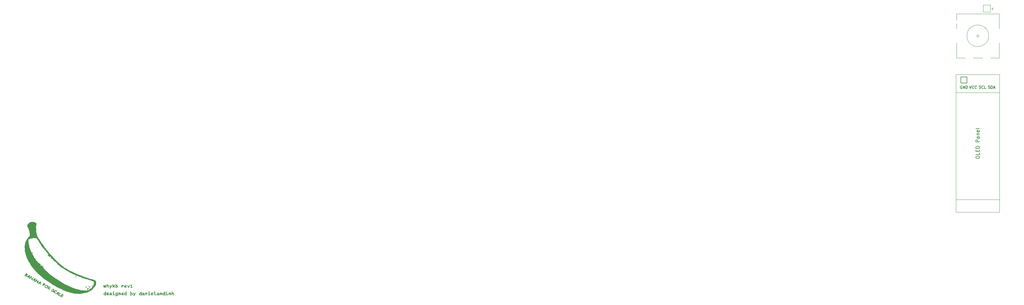
<source format=gto>
%TF.GenerationSoftware,KiCad,Pcbnew,(6.0.10)*%
%TF.CreationDate,2023-02-19T18:35:27+11:00*%
%TF.ProjectId,whykb,7768796b-622e-46b6-9963-61645f706362,REV1*%
%TF.SameCoordinates,Original*%
%TF.FileFunction,Legend,Top*%
%TF.FilePolarity,Positive*%
%FSLAX46Y46*%
G04 Gerber Fmt 4.6, Leading zero omitted, Abs format (unit mm)*
G04 Created by KiCad (PCBNEW (6.0.10)) date 2023-02-19 18:35:27*
%MOMM*%
%LPD*%
G01*
G04 APERTURE LIST*
G04 Aperture macros list*
%AMRoundRect*
0 Rectangle with rounded corners*
0 $1 Rounding radius*
0 $2 $3 $4 $5 $6 $7 $8 $9 X,Y pos of 4 corners*
0 Add a 4 corners polygon primitive as box body*
4,1,4,$2,$3,$4,$5,$6,$7,$8,$9,$2,$3,0*
0 Add four circle primitives for the rounded corners*
1,1,$1+$1,$2,$3*
1,1,$1+$1,$4,$5*
1,1,$1+$1,$6,$7*
1,1,$1+$1,$8,$9*
0 Add four rect primitives between the rounded corners*
20,1,$1+$1,$2,$3,$4,$5,0*
20,1,$1+$1,$4,$5,$6,$7,0*
20,1,$1+$1,$6,$7,$8,$9,0*
20,1,$1+$1,$8,$9,$2,$3,0*%
G04 Aperture macros list end*
%ADD10C,0.150000*%
%ADD11C,0.120000*%
%ADD12C,0.040000*%
%ADD13C,1.851600*%
%ADD14C,3.149600*%
%ADD15C,4.089400*%
%ADD16C,2.101600*%
%ADD17RoundRect,0.050800X-1.000000X1.000000X-1.000000X-1.000000X1.000000X-1.000000X1.000000X1.000000X0*%
%ADD18O,1.801600X1.801600*%
%ADD19RoundRect,0.050800X0.850000X-0.850000X0.850000X0.850000X-0.850000X0.850000X-0.850000X-0.850000X0*%
%ADD20C,1.625600*%
G04 APERTURE END LIST*
D10*
%TO.C,U2*%
X340435380Y-153165571D02*
X340435380Y-152975095D01*
X340483000Y-152879857D01*
X340578238Y-152784619D01*
X340768714Y-152737000D01*
X341102047Y-152737000D01*
X341292523Y-152784619D01*
X341387761Y-152879857D01*
X341435380Y-152975095D01*
X341435380Y-153165571D01*
X341387761Y-153260809D01*
X341292523Y-153356047D01*
X341102047Y-153403666D01*
X340768714Y-153403666D01*
X340578238Y-153356047D01*
X340483000Y-153260809D01*
X340435380Y-153165571D01*
X341435380Y-151832238D02*
X341435380Y-152308428D01*
X340435380Y-152308428D01*
X340911571Y-151498904D02*
X340911571Y-151165571D01*
X341435380Y-151022714D02*
X341435380Y-151498904D01*
X340435380Y-151498904D01*
X340435380Y-151022714D01*
X341435380Y-150594142D02*
X340435380Y-150594142D01*
X340435380Y-150356047D01*
X340483000Y-150213190D01*
X340578238Y-150117952D01*
X340673476Y-150070333D01*
X340863952Y-150022714D01*
X341006809Y-150022714D01*
X341197285Y-150070333D01*
X341292523Y-150117952D01*
X341387761Y-150213190D01*
X341435380Y-150356047D01*
X341435380Y-150594142D01*
X341435380Y-148832238D02*
X340435380Y-148832238D01*
X340435380Y-148451285D01*
X340483000Y-148356047D01*
X340530619Y-148308428D01*
X340625857Y-148260809D01*
X340768714Y-148260809D01*
X340863952Y-148308428D01*
X340911571Y-148356047D01*
X340959190Y-148451285D01*
X340959190Y-148832238D01*
X341435380Y-147403666D02*
X340911571Y-147403666D01*
X340816333Y-147451285D01*
X340768714Y-147546523D01*
X340768714Y-147737000D01*
X340816333Y-147832238D01*
X341387761Y-147403666D02*
X341435380Y-147498904D01*
X341435380Y-147737000D01*
X341387761Y-147832238D01*
X341292523Y-147879857D01*
X341197285Y-147879857D01*
X341102047Y-147832238D01*
X341054428Y-147737000D01*
X341054428Y-147498904D01*
X341006809Y-147403666D01*
X340768714Y-146927476D02*
X341435380Y-146927476D01*
X340863952Y-146927476D02*
X340816333Y-146879857D01*
X340768714Y-146784619D01*
X340768714Y-146641761D01*
X340816333Y-146546523D01*
X340911571Y-146498904D01*
X341435380Y-146498904D01*
X341387761Y-145641761D02*
X341435380Y-145737000D01*
X341435380Y-145927476D01*
X341387761Y-146022714D01*
X341292523Y-146070333D01*
X340911571Y-146070333D01*
X340816333Y-146022714D01*
X340768714Y-145927476D01*
X340768714Y-145737000D01*
X340816333Y-145641761D01*
X340911571Y-145594142D01*
X341006809Y-145594142D01*
X341102047Y-146070333D01*
X341435380Y-145022714D02*
X341387761Y-145117952D01*
X341292523Y-145165571D01*
X340435380Y-145165571D01*
X343882285Y-134040571D02*
X343989428Y-134076285D01*
X344168000Y-134076285D01*
X344239428Y-134040571D01*
X344275142Y-134004857D01*
X344310857Y-133933428D01*
X344310857Y-133862000D01*
X344275142Y-133790571D01*
X344239428Y-133754857D01*
X344168000Y-133719142D01*
X344025142Y-133683428D01*
X343953714Y-133647714D01*
X343918000Y-133612000D01*
X343882285Y-133540571D01*
X343882285Y-133469142D01*
X343918000Y-133397714D01*
X343953714Y-133362000D01*
X344025142Y-133326285D01*
X344203714Y-133326285D01*
X344310857Y-133362000D01*
X344632285Y-134076285D02*
X344632285Y-133326285D01*
X344810857Y-133326285D01*
X344918000Y-133362000D01*
X344989428Y-133433428D01*
X345025142Y-133504857D01*
X345060857Y-133647714D01*
X345060857Y-133754857D01*
X345025142Y-133897714D01*
X344989428Y-133969142D01*
X344918000Y-134040571D01*
X344810857Y-134076285D01*
X344632285Y-134076285D01*
X345346571Y-133862000D02*
X345703714Y-133862000D01*
X345275142Y-134076285D02*
X345525142Y-133326285D01*
X345775142Y-134076285D01*
X338713000Y-133326285D02*
X338963000Y-134076285D01*
X339213000Y-133326285D01*
X339891571Y-134004857D02*
X339855857Y-134040571D01*
X339748714Y-134076285D01*
X339677285Y-134076285D01*
X339570142Y-134040571D01*
X339498714Y-133969142D01*
X339463000Y-133897714D01*
X339427285Y-133754857D01*
X339427285Y-133647714D01*
X339463000Y-133504857D01*
X339498714Y-133433428D01*
X339570142Y-133362000D01*
X339677285Y-133326285D01*
X339748714Y-133326285D01*
X339855857Y-133362000D01*
X339891571Y-133397714D01*
X340641571Y-134004857D02*
X340605857Y-134040571D01*
X340498714Y-134076285D01*
X340427285Y-134076285D01*
X340320142Y-134040571D01*
X340248714Y-133969142D01*
X340213000Y-133897714D01*
X340177285Y-133754857D01*
X340177285Y-133647714D01*
X340213000Y-133504857D01*
X340248714Y-133433428D01*
X340320142Y-133362000D01*
X340427285Y-133326285D01*
X340498714Y-133326285D01*
X340605857Y-133362000D01*
X340641571Y-133397714D01*
X336601571Y-133362000D02*
X336530142Y-133326285D01*
X336423000Y-133326285D01*
X336315857Y-133362000D01*
X336244428Y-133433428D01*
X336208714Y-133504857D01*
X336173000Y-133647714D01*
X336173000Y-133754857D01*
X336208714Y-133897714D01*
X336244428Y-133969142D01*
X336315857Y-134040571D01*
X336423000Y-134076285D01*
X336494428Y-134076285D01*
X336601571Y-134040571D01*
X336637285Y-134004857D01*
X336637285Y-133754857D01*
X336494428Y-133754857D01*
X336958714Y-134076285D02*
X336958714Y-133326285D01*
X337387285Y-134076285D01*
X337387285Y-133326285D01*
X337744428Y-134076285D02*
X337744428Y-133326285D01*
X337923000Y-133326285D01*
X338030142Y-133362000D01*
X338101571Y-133433428D01*
X338137285Y-133504857D01*
X338173000Y-133647714D01*
X338173000Y-133754857D01*
X338137285Y-133897714D01*
X338101571Y-133969142D01*
X338030142Y-134040571D01*
X337923000Y-134076285D01*
X337744428Y-134076285D01*
X341360142Y-134040571D02*
X341467285Y-134076285D01*
X341645857Y-134076285D01*
X341717285Y-134040571D01*
X341753000Y-134004857D01*
X341788714Y-133933428D01*
X341788714Y-133862000D01*
X341753000Y-133790571D01*
X341717285Y-133754857D01*
X341645857Y-133719142D01*
X341503000Y-133683428D01*
X341431571Y-133647714D01*
X341395857Y-133612000D01*
X341360142Y-133540571D01*
X341360142Y-133469142D01*
X341395857Y-133397714D01*
X341431571Y-133362000D01*
X341503000Y-133326285D01*
X341681571Y-133326285D01*
X341788714Y-133362000D01*
X342538714Y-134004857D02*
X342503000Y-134040571D01*
X342395857Y-134076285D01*
X342324428Y-134076285D01*
X342217285Y-134040571D01*
X342145857Y-133969142D01*
X342110142Y-133897714D01*
X342074428Y-133754857D01*
X342074428Y-133647714D01*
X342110142Y-133504857D01*
X342145857Y-133433428D01*
X342217285Y-133362000D01*
X342324428Y-133326285D01*
X342395857Y-133326285D01*
X342503000Y-133362000D01*
X342538714Y-133397714D01*
X343217285Y-134076285D02*
X342860142Y-134076285D01*
X342860142Y-133326285D01*
%TO.C,G\u002A\u002A\u002A*%
G36*
X94338514Y-189773366D02*
G01*
X94342591Y-189784116D01*
X94317305Y-189811231D01*
X94287252Y-189798944D01*
X94255054Y-189754681D01*
X94272425Y-189743606D01*
X94338514Y-189773366D01*
G37*
G36*
X79082207Y-185702922D02*
G01*
X79248728Y-185656186D01*
X79348659Y-185667353D01*
X79365723Y-185737239D01*
X79345209Y-185782672D01*
X79297356Y-185895211D01*
X79236685Y-186076140D01*
X79201075Y-186197670D01*
X79130195Y-186397054D01*
X79059094Y-186505216D01*
X78998880Y-186514773D01*
X78960654Y-186418340D01*
X78954724Y-186361464D01*
X78907130Y-186210381D01*
X78808148Y-186135769D01*
X78689120Y-186156998D01*
X78660090Y-186179381D01*
X78555139Y-186229672D01*
X78472640Y-186205945D01*
X78452841Y-186127714D01*
X78470357Y-186087380D01*
X78550258Y-186011232D01*
X78614915Y-185965903D01*
X78958757Y-185965903D01*
X78969878Y-186007407D01*
X79011381Y-185996285D01*
X79000261Y-185954783D01*
X78958757Y-185965903D01*
X78614915Y-185965903D01*
X78702718Y-185904347D01*
X78775987Y-185860380D01*
X78865367Y-185806745D01*
X79082207Y-185702922D01*
G37*
G36*
X95326759Y-188808674D02*
G01*
X95297000Y-188874764D01*
X95286249Y-188878840D01*
X95259134Y-188853554D01*
X95271421Y-188823501D01*
X95315684Y-188791302D01*
X95326759Y-188808674D01*
G37*
G36*
X87682859Y-190489007D02*
G01*
X87692177Y-190496832D01*
X87728377Y-190554748D01*
X87711793Y-190641299D01*
X87634011Y-190784975D01*
X87583199Y-190865883D01*
X87393050Y-191162849D01*
X87586210Y-191225262D01*
X87726573Y-191265942D01*
X87808367Y-191280999D01*
X87811114Y-191280658D01*
X87861598Y-191231333D01*
X87955601Y-191113061D01*
X88020834Y-191024024D01*
X88198809Y-190774405D01*
X88485934Y-190940176D01*
X88651456Y-191055348D01*
X88719044Y-191141719D01*
X88691733Y-191183835D01*
X88572555Y-191166237D01*
X88451180Y-191117303D01*
X88287893Y-191067715D01*
X88201429Y-191089679D01*
X88205886Y-191161570D01*
X88315360Y-191261761D01*
X88345182Y-191279909D01*
X88471526Y-191375676D01*
X88487611Y-191457804D01*
X88483794Y-191465185D01*
X88410145Y-191500508D01*
X88270890Y-191447325D01*
X88254033Y-191437783D01*
X88107924Y-191376249D01*
X88028757Y-191403383D01*
X88024274Y-191410380D01*
X88030506Y-191491822D01*
X88146192Y-191585828D01*
X88162885Y-191595655D01*
X88289229Y-191691424D01*
X88305314Y-191773551D01*
X88301497Y-191780933D01*
X88228234Y-191802723D01*
X88100857Y-191765694D01*
X87957730Y-191689869D01*
X87837224Y-191595274D01*
X87779172Y-191508338D01*
X87732249Y-191442913D01*
X87686604Y-191454894D01*
X87596492Y-191449262D01*
X87450095Y-191391788D01*
X87384512Y-191356760D01*
X87150808Y-191221831D01*
X87380906Y-190823289D01*
X87500694Y-190621971D01*
X87579953Y-190510683D01*
X87635178Y-190472127D01*
X87682859Y-190489007D01*
G37*
G36*
X92065689Y-185990347D02*
G01*
X92132157Y-186078337D01*
X92110172Y-186156362D01*
X92022182Y-186222830D01*
X91944158Y-186200845D01*
X91877690Y-186112855D01*
X91899674Y-186034831D01*
X91987664Y-185968363D01*
X92065689Y-185990347D01*
G37*
G36*
X87577288Y-183609465D02*
G01*
X87633426Y-183678511D01*
X87628948Y-183709458D01*
X87561665Y-183738769D01*
X87549046Y-183733492D01*
X87499860Y-183654091D01*
X87497387Y-183633501D01*
X87535327Y-183595337D01*
X87577288Y-183609465D01*
G37*
G36*
X79739111Y-185974353D02*
G01*
X79781441Y-186193148D01*
X79794088Y-186286678D01*
X79844306Y-186680413D01*
X80018150Y-186416040D01*
X80139617Y-186252459D01*
X80226397Y-186189389D01*
X80268180Y-186195654D01*
X80295416Y-186242037D01*
X80272355Y-186336847D01*
X80192011Y-186500278D01*
X80116496Y-186634324D01*
X79977451Y-186858241D01*
X79875329Y-186969712D01*
X79798126Y-186967533D01*
X79733836Y-186850507D01*
X79670454Y-186617433D01*
X79664014Y-186589076D01*
X79583872Y-186232555D01*
X79428437Y-186465123D01*
X79319162Y-186601951D01*
X79224177Y-186676214D01*
X79194719Y-186681368D01*
X79170405Y-186643812D01*
X79201192Y-186542330D01*
X79292577Y-186362400D01*
X79362029Y-186239663D01*
X79506751Y-186004360D01*
X79611409Y-185881008D01*
X79685647Y-185870656D01*
X79739111Y-185974353D01*
G37*
G36*
X95445070Y-187064358D02*
G01*
X95403566Y-187075479D01*
X95392446Y-187033976D01*
X95433949Y-187022855D01*
X95445070Y-187064358D01*
G37*
G36*
X95527018Y-189276664D02*
G01*
X95558440Y-189378193D01*
X95503437Y-189515419D01*
X95388784Y-189631439D01*
X95261870Y-189647843D01*
X95158864Y-189568387D01*
X95123521Y-189475956D01*
X95148310Y-189341938D01*
X95264967Y-189256628D01*
X95392157Y-189238845D01*
X95527018Y-189276664D01*
G37*
G36*
X87181793Y-190295084D02*
G01*
X87314077Y-190278050D01*
X87363445Y-190343782D01*
X87340846Y-190472016D01*
X87287615Y-190637238D01*
X87223372Y-190840296D01*
X87209843Y-190883531D01*
X87152092Y-191063979D01*
X87113798Y-191152585D01*
X87077925Y-191173432D01*
X87027433Y-191150602D01*
X87022793Y-191147921D01*
X86973061Y-191060772D01*
X86974763Y-190979859D01*
X86955163Y-190854507D01*
X86902272Y-190797675D01*
X86775223Y-190780795D01*
X86685328Y-190812754D01*
X86554069Y-190860185D01*
X86480378Y-190813999D01*
X86470957Y-190765633D01*
X86497932Y-190695386D01*
X86557071Y-190642588D01*
X87019744Y-190642588D01*
X87040326Y-190643493D01*
X87082682Y-190584676D01*
X87080836Y-190573327D01*
X87045380Y-190562489D01*
X87025498Y-190588156D01*
X87019744Y-190642588D01*
X86557071Y-190642588D01*
X86593470Y-190610092D01*
X86773490Y-190497729D01*
X86822461Y-190470932D01*
X86962850Y-190394112D01*
X87181793Y-190295084D01*
G37*
G36*
X94836498Y-188783721D02*
G01*
X94868186Y-188801192D01*
X94973543Y-188877658D01*
X94980342Y-188948699D01*
X94944542Y-189003150D01*
X94836273Y-189065365D01*
X94708314Y-189055435D01*
X94618934Y-188980947D01*
X94611014Y-188959726D01*
X94624851Y-188861642D01*
X94650950Y-188804409D01*
X94720655Y-188749843D01*
X94836498Y-188783721D01*
G37*
G36*
X85063539Y-180708480D02*
G01*
X85033972Y-180790680D01*
X85032584Y-180793093D01*
X84961581Y-180886183D01*
X84923622Y-180862394D01*
X84917002Y-180804447D01*
X84964323Y-180722572D01*
X85007050Y-180702072D01*
X85063539Y-180708480D01*
G37*
G36*
X91915956Y-185763567D02*
G01*
X91943930Y-185833113D01*
X91938198Y-185846574D01*
X91868652Y-185874549D01*
X91855191Y-185868816D01*
X91827216Y-185799271D01*
X91832949Y-185785808D01*
X91902495Y-185757834D01*
X91915956Y-185763567D01*
G37*
G36*
X84717811Y-180730641D02*
G01*
X84676308Y-180741762D01*
X84665187Y-180700258D01*
X84706691Y-180689137D01*
X84717811Y-180730641D01*
G37*
G36*
X82208702Y-177177026D02*
G01*
X82167198Y-177188147D01*
X82156077Y-177146643D01*
X82197581Y-177135522D01*
X82208702Y-177177026D01*
G37*
G36*
X79400554Y-178151883D02*
G01*
X79359051Y-178163004D01*
X79347930Y-178121500D01*
X79389434Y-178110379D01*
X79400554Y-178151883D01*
G37*
G36*
X85870353Y-189439344D02*
G01*
X85959334Y-189495000D01*
X86087269Y-189611447D01*
X86098609Y-189702186D01*
X86026341Y-189737810D01*
X85922734Y-189684209D01*
X85803262Y-189623978D01*
X85725812Y-189623140D01*
X85716356Y-189674581D01*
X85790099Y-189734566D01*
X85905840Y-189840600D01*
X85953072Y-189929812D01*
X85986911Y-189997334D01*
X86056351Y-190001722D01*
X86192854Y-189942711D01*
X86222630Y-189927569D01*
X86401900Y-189855475D01*
X86549340Y-189858274D01*
X86666799Y-189903204D01*
X86798487Y-189975427D01*
X86836812Y-190038176D01*
X86807581Y-190114881D01*
X86742441Y-190185859D01*
X86663138Y-190151565D01*
X86635506Y-190126153D01*
X86490534Y-190055658D01*
X86398322Y-190069316D01*
X86230365Y-190155350D01*
X86131043Y-190257840D01*
X86109283Y-190353413D01*
X86174011Y-190418692D01*
X86259184Y-190433632D01*
X86429803Y-190460524D01*
X86486103Y-190526887D01*
X86468849Y-190580052D01*
X86366970Y-190653929D01*
X86221889Y-190651076D01*
X86072687Y-190584197D01*
X85958451Y-190465995D01*
X85930629Y-190405123D01*
X85885131Y-190306015D01*
X85806314Y-190277635D01*
X85717434Y-190282035D01*
X85532776Y-190260130D01*
X85353514Y-190180675D01*
X85226536Y-190068211D01*
X85198061Y-190010212D01*
X85195788Y-189884531D01*
X85210869Y-189842192D01*
X85282077Y-189804170D01*
X85364875Y-189853756D01*
X85411641Y-189944028D01*
X85474970Y-190021514D01*
X85582206Y-190065514D01*
X85681481Y-190063019D01*
X85719843Y-190021337D01*
X85687799Y-189934014D01*
X85607723Y-189853144D01*
X85479096Y-189713603D01*
X85468094Y-189582163D01*
X85574701Y-189469140D01*
X85608317Y-189450566D01*
X85744102Y-189406125D01*
X85870353Y-189439344D01*
G37*
G36*
X83001575Y-178176027D02*
G01*
X83005651Y-178186779D01*
X82980365Y-178213893D01*
X82950313Y-178201606D01*
X82918114Y-178157344D01*
X82935486Y-178146269D01*
X83001575Y-178176027D01*
G37*
G36*
X83101439Y-183340812D02*
G01*
X83157577Y-183409857D01*
X83153098Y-183440803D01*
X83085815Y-183470114D01*
X83073197Y-183464838D01*
X83024011Y-183385437D01*
X83021538Y-183364846D01*
X83059478Y-183326682D01*
X83101439Y-183340812D01*
G37*
G36*
X95698212Y-188546555D02*
G01*
X95653656Y-188627420D01*
X95552516Y-188707537D01*
X95483138Y-188720016D01*
X95441964Y-188673493D01*
X95486519Y-188592628D01*
X95587659Y-188512510D01*
X95657037Y-188500032D01*
X95698212Y-188546555D01*
G37*
G36*
X86135401Y-182285831D02*
G01*
X86198682Y-182348737D01*
X86183955Y-182384029D01*
X86089898Y-182397156D01*
X86074636Y-182391079D01*
X86028482Y-182313633D01*
X86026081Y-182292880D01*
X86066304Y-182261382D01*
X86135401Y-182285831D01*
G37*
G36*
X85134611Y-181216862D02*
G01*
X85166145Y-181286002D01*
X85159958Y-181301661D01*
X85112411Y-181342552D01*
X85106369Y-181340888D01*
X85082730Y-181278072D01*
X85081022Y-181256087D01*
X85113191Y-181210004D01*
X85134611Y-181216862D01*
G37*
G36*
X79368016Y-177560075D02*
G01*
X79338257Y-177626165D01*
X79327506Y-177630241D01*
X79300391Y-177604955D01*
X79312679Y-177574903D01*
X79356941Y-177542704D01*
X79368016Y-177560075D01*
G37*
G36*
X93279246Y-189357304D02*
G01*
X93307220Y-189426849D01*
X93301488Y-189440310D01*
X93231942Y-189468285D01*
X93218481Y-189462553D01*
X93190506Y-189393007D01*
X93196239Y-189379545D01*
X93265785Y-189351570D01*
X93279246Y-189357304D01*
G37*
G36*
X95847588Y-188735156D02*
G01*
X95920402Y-188835393D01*
X95929163Y-188971453D01*
X95877478Y-189067266D01*
X95768035Y-189092749D01*
X95661649Y-189039204D01*
X95612270Y-188937599D01*
X95613712Y-188915874D01*
X95671170Y-188793640D01*
X95770239Y-188726981D01*
X95847588Y-188735156D01*
G37*
G36*
X81241093Y-186806261D02*
G01*
X81294374Y-186964468D01*
X81339426Y-187147427D01*
X81419251Y-187526802D01*
X81565928Y-187278197D01*
X81679102Y-187126577D01*
X81772036Y-187068260D01*
X81826361Y-187102278D01*
X81823702Y-187227661D01*
X81806568Y-187290888D01*
X81733273Y-187453555D01*
X81625042Y-187620506D01*
X81505625Y-187762938D01*
X81398771Y-187852048D01*
X81334296Y-187863666D01*
X81286941Y-187786962D01*
X81232978Y-187627516D01*
X81191837Y-187455792D01*
X81117867Y-187087460D01*
X80978660Y-187328573D01*
X80863041Y-187496960D01*
X80769779Y-187570612D01*
X80710046Y-187541780D01*
X80702344Y-187520290D01*
X80720788Y-187434167D01*
X80788628Y-187289851D01*
X80886893Y-187117599D01*
X80996615Y-186947676D01*
X81098821Y-186810342D01*
X81174543Y-186735861D01*
X81196667Y-186731716D01*
X81241093Y-186806261D01*
G37*
G36*
X85512866Y-181239741D02*
G01*
X85516943Y-181250491D01*
X85491657Y-181277606D01*
X85461605Y-181265320D01*
X85429406Y-181221056D01*
X85446777Y-181209981D01*
X85512866Y-181239741D01*
G37*
G36*
X84086483Y-179629400D02*
G01*
X84118017Y-179698540D01*
X84111831Y-179714201D01*
X84064284Y-179755091D01*
X84058241Y-179753427D01*
X84034603Y-179690611D01*
X84032894Y-179668627D01*
X84065064Y-179622543D01*
X84086483Y-179629400D01*
G37*
G36*
X78055614Y-185366451D02*
G01*
X78119516Y-185270869D01*
X78166814Y-185200123D01*
X78242711Y-185118435D01*
X78313893Y-185103905D01*
X78410944Y-185139050D01*
X78434643Y-185149815D01*
X78604495Y-185267185D01*
X78668790Y-185406856D01*
X78620368Y-185551520D01*
X78607413Y-185567505D01*
X78545071Y-185672373D01*
X78542300Y-185731277D01*
X78541261Y-185837432D01*
X78455003Y-185937221D01*
X78316373Y-185995461D01*
X78292853Y-185998461D01*
X78123717Y-185981609D01*
X77968208Y-185916842D01*
X77865651Y-185825663D01*
X77846843Y-185754620D01*
X77871663Y-185693491D01*
X78133710Y-185693491D01*
X78142537Y-185767571D01*
X78211439Y-185800556D01*
X78306603Y-185801763D01*
X78329999Y-185770328D01*
X78285746Y-185685454D01*
X78198975Y-185654984D01*
X78133710Y-185693491D01*
X77871663Y-185693491D01*
X77885901Y-185658423D01*
X77930945Y-185576425D01*
X77972362Y-185501033D01*
X77995529Y-185463582D01*
X78302050Y-185463582D01*
X78329983Y-185484182D01*
X78415719Y-185461244D01*
X78426304Y-185447994D01*
X78420960Y-185362636D01*
X78409484Y-185346481D01*
X78346833Y-185344181D01*
X78313162Y-185382671D01*
X78302050Y-185463582D01*
X77995529Y-185463582D01*
X78055614Y-185366451D01*
G37*
G36*
X92275834Y-185915047D02*
G01*
X92288431Y-185936224D01*
X92258928Y-185951081D01*
X92203404Y-185923985D01*
X92154672Y-185878714D01*
X92189967Y-185873836D01*
X92275834Y-185915047D01*
G37*
G36*
X78860548Y-175174226D02*
G01*
X78939086Y-175078700D01*
X79006770Y-175023530D01*
X79075671Y-174992265D01*
X79083174Y-174989794D01*
X79206252Y-174931982D01*
X79241771Y-174847656D01*
X79240214Y-174810025D01*
X79235130Y-174676417D01*
X79235501Y-174479521D01*
X79237867Y-174374240D01*
X79221267Y-174058971D01*
X79161625Y-173686897D01*
X79068980Y-173296672D01*
X78953365Y-172926949D01*
X78824816Y-172616380D01*
X78743990Y-172471965D01*
X78602213Y-172230507D01*
X78543627Y-172040297D01*
X78568869Y-171863395D01*
X78678578Y-171661857D01*
X78759545Y-171547775D01*
X78976871Y-171281491D01*
X79178195Y-171105940D01*
X79394342Y-170999707D01*
X79625969Y-170945827D01*
X80014181Y-170921209D01*
X80377377Y-170981251D01*
X80759134Y-171131947D01*
X80999227Y-171273617D01*
X81125322Y-171414956D01*
X81144343Y-171567742D01*
X81091981Y-171697844D01*
X81051938Y-171820930D01*
X81018373Y-172016863D01*
X80994781Y-172244508D01*
X80984652Y-172462730D01*
X80991483Y-172630392D01*
X81007374Y-172694123D01*
X81025400Y-172790224D01*
X81030406Y-172957754D01*
X81027594Y-173044197D01*
X81034435Y-173288563D01*
X81070803Y-173606016D01*
X81129751Y-173961567D01*
X81204330Y-174320231D01*
X81287594Y-174647021D01*
X81372594Y-174906952D01*
X81417804Y-175009195D01*
X81516358Y-175184060D01*
X81661687Y-175422739D01*
X81842355Y-175708219D01*
X82046929Y-176023488D01*
X82263973Y-176351535D01*
X82482053Y-176675348D01*
X82689733Y-176977915D01*
X82875579Y-177242226D01*
X83028156Y-177451269D01*
X83136030Y-177588030D01*
X83181911Y-177633658D01*
X83238035Y-177694787D01*
X83335634Y-177825124D01*
X83415716Y-177940651D01*
X83546056Y-178122980D01*
X83723841Y-178356610D01*
X83928705Y-178616403D01*
X84140279Y-178877223D01*
X84338200Y-179113929D01*
X84502099Y-179301382D01*
X84604427Y-179407890D01*
X84717827Y-179536687D01*
X84782460Y-179646417D01*
X84845656Y-179742202D01*
X84972528Y-179887855D01*
X85136016Y-180052387D01*
X85141494Y-180057566D01*
X85325271Y-180237432D01*
X85493117Y-180412778D01*
X85601461Y-180536957D01*
X85724174Y-180681375D01*
X85889848Y-180863270D01*
X86008121Y-180987147D01*
X86312370Y-181298884D01*
X86543332Y-181536799D01*
X86713176Y-181713482D01*
X86834068Y-181841524D01*
X86842663Y-181850769D01*
X86967412Y-181969065D01*
X87141143Y-182115205D01*
X87241318Y-182193293D01*
X87421620Y-182342074D01*
X87580259Y-182494376D01*
X87639588Y-182562216D01*
X87822869Y-182755098D01*
X88098977Y-182989035D01*
X88451072Y-183252703D01*
X88862315Y-183534781D01*
X89315867Y-183823946D01*
X89794889Y-184108877D01*
X90282541Y-184378254D01*
X90535251Y-184509085D01*
X91073146Y-184778193D01*
X91549172Y-185011353D01*
X91954879Y-185204642D01*
X92281817Y-185354138D01*
X92521538Y-185455921D01*
X92665592Y-185506068D01*
X92693405Y-185510767D01*
X92799092Y-185534714D01*
X92987492Y-185596337D01*
X93229547Y-185685595D01*
X93433693Y-185766624D01*
X93717872Y-185880774D01*
X93990349Y-185986534D01*
X94213379Y-186069429D01*
X94315202Y-186104601D01*
X94505560Y-186166797D01*
X94759513Y-186250492D01*
X95025397Y-186338657D01*
X95052027Y-186347521D01*
X95466854Y-186485280D01*
X95784563Y-186589585D01*
X96023171Y-186665898D01*
X96200695Y-186719681D01*
X96335149Y-186756395D01*
X96444548Y-186781503D01*
X96544869Y-186800121D01*
X96741178Y-186849428D01*
X96985157Y-186932294D01*
X97167903Y-187006615D01*
X97364782Y-187097032D01*
X97478401Y-187166800D01*
X97536836Y-187243993D01*
X97568164Y-187356683D01*
X97579408Y-187418066D01*
X97596540Y-187619225D01*
X97582501Y-187798829D01*
X97575691Y-187826260D01*
X97548018Y-187998054D01*
X97553186Y-188117445D01*
X97530329Y-188263577D01*
X97429143Y-188469936D01*
X97264458Y-188718707D01*
X97051103Y-188992072D01*
X96803909Y-189272213D01*
X96537704Y-189541315D01*
X96267321Y-189781557D01*
X96007586Y-189975125D01*
X96006242Y-189976009D01*
X95701965Y-190141782D01*
X95307391Y-190306245D01*
X94853540Y-190460889D01*
X94371433Y-190597199D01*
X93892091Y-190706661D01*
X93446532Y-190780764D01*
X93065780Y-190810995D01*
X92966684Y-190810160D01*
X92397496Y-190775164D01*
X91819252Y-190713123D01*
X91258823Y-190628612D01*
X90743085Y-190526209D01*
X90298913Y-190410487D01*
X89995989Y-190304358D01*
X89786483Y-190228817D01*
X89594142Y-190178052D01*
X89512730Y-190166504D01*
X89384238Y-190135753D01*
X89164983Y-190056337D01*
X88871987Y-189935735D01*
X88522272Y-189781430D01*
X88132858Y-189600903D01*
X87720767Y-189401636D01*
X87359317Y-189220012D01*
X86819125Y-188941305D01*
X86361413Y-188700555D01*
X85991435Y-188500665D01*
X85714445Y-188344530D01*
X85535696Y-188235051D01*
X85460441Y-188175126D01*
X85458514Y-188171056D01*
X85403428Y-188118913D01*
X85264173Y-188018410D01*
X85060982Y-187883393D01*
X84814091Y-187727707D01*
X84779953Y-187706740D01*
X84391566Y-187462957D01*
X84013149Y-187214442D01*
X83660611Y-186972620D01*
X83349861Y-186748917D01*
X83096809Y-186554760D01*
X82917364Y-186401573D01*
X82831325Y-186307222D01*
X82735232Y-186198339D01*
X82574047Y-186053854D01*
X82392632Y-185912515D01*
X82186112Y-185753339D01*
X81994391Y-185589569D01*
X81874620Y-185472896D01*
X81725984Y-185318261D01*
X81541956Y-185138176D01*
X81450648Y-185052692D01*
X81049470Y-184658409D01*
X80623657Y-184194343D01*
X80199501Y-183692313D01*
X79803297Y-183184133D01*
X79461335Y-182701624D01*
X79302693Y-182453442D01*
X79095223Y-182110510D01*
X78940156Y-181848257D01*
X78825267Y-181644436D01*
X78738338Y-181476800D01*
X78667147Y-181323101D01*
X78618493Y-181207890D01*
X78520921Y-180977454D01*
X78420030Y-180750602D01*
X78375816Y-180655968D01*
X78311110Y-180487265D01*
X78232090Y-180230904D01*
X78146640Y-179918716D01*
X78062644Y-179582533D01*
X77987981Y-179254184D01*
X77930537Y-178965498D01*
X77898194Y-178748309D01*
X77895420Y-178716101D01*
X77866254Y-178254868D01*
X77851021Y-177909472D01*
X77849612Y-177675036D01*
X77861921Y-177546678D01*
X77869126Y-177526490D01*
X77893511Y-177432251D01*
X77918388Y-177257348D01*
X77935601Y-177073707D01*
X77949125Y-176923287D01*
X77971265Y-176794979D01*
X78011614Y-176665799D01*
X78079765Y-176512764D01*
X78185312Y-176312889D01*
X78241158Y-176214147D01*
X78920007Y-176214147D01*
X78943181Y-176572110D01*
X78994621Y-176972392D01*
X79070995Y-177397028D01*
X79168964Y-177828051D01*
X79285194Y-178247494D01*
X79416348Y-178637393D01*
X79559088Y-178979779D01*
X79710081Y-179256687D01*
X79747582Y-179311974D01*
X79844491Y-179414735D01*
X79939372Y-179426470D01*
X79944328Y-179425202D01*
X80060245Y-179423242D01*
X80143946Y-179465143D01*
X80152769Y-179522693D01*
X80079587Y-179552041D01*
X79987050Y-179552680D01*
X79906174Y-179551748D01*
X79886536Y-179590076D01*
X79926592Y-179694314D01*
X79973351Y-179789086D01*
X80068687Y-179967673D01*
X80200549Y-180201075D01*
X80341488Y-180440774D01*
X80350664Y-180456005D01*
X80469351Y-180659603D01*
X80559180Y-180826879D01*
X80604337Y-180928003D01*
X80606769Y-180939112D01*
X80662616Y-181002626D01*
X80751949Y-181037083D01*
X80839736Y-181070970D01*
X80833438Y-181099405D01*
X80832649Y-181160027D01*
X80887092Y-181280884D01*
X80975581Y-181427713D01*
X81076928Y-181566254D01*
X81169946Y-181662242D01*
X81189909Y-181675861D01*
X81266226Y-181746481D01*
X81382848Y-181882269D01*
X81474318Y-182000334D01*
X81620680Y-182170961D01*
X81771215Y-182305819D01*
X81850452Y-182354948D01*
X82106304Y-182478262D01*
X82272259Y-182580685D01*
X82341389Y-182656151D01*
X82306765Y-182698591D01*
X82250747Y-182705466D01*
X82195834Y-182732873D01*
X82215068Y-182825001D01*
X82243732Y-182885976D01*
X82311318Y-183004941D01*
X82375143Y-183035723D01*
X82484262Y-182999595D01*
X82495147Y-182994990D01*
X82656975Y-182926389D01*
X82891537Y-183351217D01*
X83012641Y-183558017D01*
X83122188Y-183723200D01*
X83200086Y-183816966D01*
X83210991Y-183825058D01*
X83302066Y-183910941D01*
X83320776Y-183946407D01*
X83393305Y-184059084D01*
X83555289Y-184231472D01*
X83809865Y-184466587D01*
X84160170Y-184767448D01*
X84265838Y-184855586D01*
X84501028Y-185053625D01*
X84713008Y-185237271D01*
X84877591Y-185385249D01*
X84967154Y-185472467D01*
X85122878Y-185613229D01*
X85269547Y-185715225D01*
X85426614Y-185823703D01*
X85597384Y-185966235D01*
X85628842Y-185995763D01*
X85723521Y-186071275D01*
X85900946Y-186198392D01*
X86144872Y-186366505D01*
X86439054Y-186565012D01*
X86767248Y-186783301D01*
X87113212Y-187010766D01*
X87460697Y-187236802D01*
X87793463Y-187450800D01*
X88095262Y-187642152D01*
X88349850Y-187800252D01*
X88540985Y-187914493D01*
X88652419Y-187974268D01*
X88667460Y-187979888D01*
X88748056Y-188013851D01*
X88917479Y-188094073D01*
X89156516Y-188211157D01*
X89445958Y-188355710D01*
X89723511Y-188496346D01*
X90136462Y-188704634D01*
X90478830Y-188869991D01*
X90782710Y-189005273D01*
X91080198Y-189123335D01*
X91403387Y-189237033D01*
X91784373Y-189359222D01*
X92177565Y-189479344D01*
X92620789Y-189601113D01*
X93080963Y-189706221D01*
X93538397Y-189792102D01*
X93973405Y-189856192D01*
X94366298Y-189895927D01*
X94697390Y-189908740D01*
X94946992Y-189892068D01*
X95073186Y-189856578D01*
X95226647Y-189814223D01*
X95330577Y-189819016D01*
X95476970Y-189803740D01*
X95621375Y-189706889D01*
X95723152Y-189562104D01*
X95746165Y-189474957D01*
X95780898Y-189348455D01*
X95837751Y-189321826D01*
X95895034Y-189403243D01*
X95935313Y-189459205D01*
X95989162Y-189403047D01*
X95996303Y-189390936D01*
X96065830Y-189312419D01*
X96106440Y-189305600D01*
X96164347Y-189277668D01*
X96268487Y-189185837D01*
X96389470Y-189061344D01*
X96497906Y-188935425D01*
X96564404Y-188839316D01*
X96572419Y-188810351D01*
X96515512Y-188790697D01*
X96465037Y-188794680D01*
X96410056Y-188783144D01*
X96427485Y-188704516D01*
X96465665Y-188629626D01*
X96551700Y-188504853D01*
X96611598Y-188476178D01*
X96630185Y-188547554D01*
X96625619Y-188587941D01*
X96639268Y-188693955D01*
X96705084Y-188708335D01*
X96789102Y-188625192D01*
X96793891Y-188617129D01*
X96829763Y-188513597D01*
X96772482Y-188471942D01*
X96771270Y-188471745D01*
X96716633Y-188448330D01*
X96753551Y-188393277D01*
X96805574Y-188348739D01*
X96894962Y-188238496D01*
X96948972Y-188104002D01*
X96959423Y-187984449D01*
X96918129Y-187919028D01*
X96895982Y-187915754D01*
X96868672Y-187891050D01*
X96908963Y-187848226D01*
X96956590Y-187754679D01*
X96934282Y-187703494D01*
X96909738Y-187594046D01*
X96931039Y-187528864D01*
X96942614Y-187430210D01*
X96856992Y-187353288D01*
X96746624Y-187316132D01*
X96691798Y-187335586D01*
X96633328Y-187347930D01*
X96594434Y-187315157D01*
X96507595Y-187262113D01*
X96337019Y-187194543D01*
X96117249Y-187125872D01*
X96083858Y-187116756D01*
X95809437Y-187035928D01*
X95530890Y-186942214D01*
X95322836Y-186861753D01*
X95148501Y-186794716D01*
X95024803Y-186762205D01*
X94985649Y-186766319D01*
X94920626Y-186771928D01*
X94788126Y-186735968D01*
X94748637Y-186721095D01*
X94444710Y-186607062D01*
X94240377Y-186545917D01*
X94139449Y-186538739D01*
X94130612Y-186545853D01*
X94071606Y-186537883D01*
X93940640Y-186479409D01*
X93807488Y-186406717D01*
X93571820Y-186286399D01*
X93316158Y-186180606D01*
X93204975Y-186143840D01*
X92613020Y-185945222D01*
X91945426Y-185669495D01*
X91198444Y-185314933D01*
X90368324Y-184879813D01*
X89941788Y-184643272D01*
X89351088Y-184305562D01*
X88839448Y-184002903D01*
X88412449Y-183738879D01*
X88075670Y-183517080D01*
X87834693Y-183341094D01*
X87695095Y-183214505D01*
X87672307Y-183184310D01*
X87581954Y-183091992D01*
X87418410Y-182968512D01*
X87215904Y-182839547D01*
X87201559Y-182831211D01*
X86999993Y-182710754D01*
X86885930Y-182627424D01*
X86871093Y-182606536D01*
X86962997Y-182606536D01*
X87009860Y-182644827D01*
X87083701Y-182674559D01*
X87094887Y-182657066D01*
X87031708Y-182603839D01*
X86996422Y-182594677D01*
X86962997Y-182606536D01*
X86871093Y-182606536D01*
X86839306Y-182561785D01*
X86839602Y-182535293D01*
X86840058Y-182494406D01*
X86842795Y-182483746D01*
X86837871Y-182380694D01*
X86743728Y-182288374D01*
X86688765Y-182254485D01*
X86530452Y-182139381D01*
X86359400Y-181981269D01*
X86307752Y-181925424D01*
X86024330Y-181685504D01*
X85859225Y-181604267D01*
X85695445Y-181528451D01*
X85636385Y-181467607D01*
X85641812Y-181439316D01*
X85710531Y-181421396D01*
X85796228Y-181475687D01*
X85889818Y-181539821D01*
X85932531Y-181543433D01*
X85905796Y-181482213D01*
X85811072Y-181377534D01*
X85679382Y-181256411D01*
X85541749Y-181145858D01*
X85429197Y-181072889D01*
X85377395Y-181060040D01*
X85286258Y-181066035D01*
X85164336Y-181035485D01*
X85059948Y-180986112D01*
X85021411Y-180935638D01*
X85023560Y-180930256D01*
X85097230Y-180902208D01*
X85186800Y-180906495D01*
X85254777Y-180908265D01*
X85260206Y-180867376D01*
X85197708Y-180764509D01*
X85116099Y-180652557D01*
X84994904Y-180504946D01*
X84896562Y-180411497D01*
X84853484Y-180392701D01*
X84832766Y-180443416D01*
X84849498Y-180471085D01*
X84862495Y-180527630D01*
X84779526Y-180564767D01*
X84653320Y-180551766D01*
X84568442Y-180466839D01*
X84550956Y-180352174D01*
X84598349Y-180271483D01*
X84649538Y-180191291D01*
X84633481Y-180155708D01*
X84562058Y-180173006D01*
X84518338Y-180225422D01*
X84434540Y-180316839D01*
X84347220Y-180296533D01*
X84249352Y-180161124D01*
X84206334Y-180075381D01*
X84152583Y-179946996D01*
X84145485Y-179896800D01*
X84166654Y-179913357D01*
X84271598Y-179974821D01*
X84328898Y-179964691D01*
X84424607Y-179891549D01*
X84402676Y-179820889D01*
X84326399Y-179767916D01*
X84237902Y-179692803D01*
X84225222Y-179639335D01*
X84204399Y-179572380D01*
X84137386Y-179518025D01*
X84019374Y-179417093D01*
X83913822Y-179283701D01*
X83817967Y-179154311D01*
X83735555Y-179075962D01*
X83688153Y-179005525D01*
X83694926Y-178977928D01*
X83676573Y-178911586D01*
X83628547Y-178880221D01*
X83506458Y-178795313D01*
X83460371Y-178744603D01*
X83340971Y-178671723D01*
X83275099Y-178670527D01*
X83190077Y-178668044D01*
X83193434Y-178631228D01*
X83264321Y-178597286D01*
X83283267Y-178604336D01*
X83333310Y-178590241D01*
X83336856Y-178565109D01*
X83287835Y-178482493D01*
X83206260Y-178419542D01*
X83118015Y-178347363D01*
X83104060Y-178299904D01*
X83083359Y-178234039D01*
X83008321Y-178113946D01*
X82905713Y-177975906D01*
X82802300Y-177856201D01*
X82731124Y-177794394D01*
X82714753Y-177819111D01*
X82740900Y-177903054D01*
X82773844Y-178004424D01*
X82749733Y-178007680D01*
X82676654Y-177917304D01*
X82624259Y-177838375D01*
X82571921Y-177738637D01*
X82580025Y-177708501D01*
X82587987Y-177712185D01*
X82648921Y-177710488D01*
X82655078Y-177685547D01*
X82603559Y-177616329D01*
X82495303Y-177553174D01*
X82361953Y-177470648D01*
X82292422Y-177389646D01*
X82276584Y-177333530D01*
X82330059Y-177368206D01*
X82350819Y-177386779D01*
X82428415Y-177436354D01*
X82452423Y-177418441D01*
X82415622Y-177331078D01*
X82326402Y-177189935D01*
X82212235Y-177032819D01*
X82100594Y-176897536D01*
X82018948Y-176821889D01*
X82018917Y-176821872D01*
X81970665Y-176753871D01*
X81976474Y-176728538D01*
X81960188Y-176653348D01*
X81889237Y-176563539D01*
X81797747Y-176450336D01*
X81679321Y-176271837D01*
X81582115Y-176106466D01*
X81394217Y-175796991D01*
X81226233Y-175580933D01*
X81085280Y-175466448D01*
X81010079Y-175450548D01*
X80902050Y-175445105D01*
X80722367Y-175417747D01*
X80582209Y-175389825D01*
X80303500Y-175344961D01*
X80121582Y-175356300D01*
X80024445Y-175425894D01*
X80002950Y-175488835D01*
X79975617Y-175556570D01*
X79948592Y-175532471D01*
X79874250Y-175506851D01*
X79726089Y-175513000D01*
X79545175Y-175543048D01*
X79372571Y-175589119D01*
X79249343Y-175643347D01*
X79218220Y-175672479D01*
X79154647Y-175721680D01*
X79108830Y-175684466D01*
X79118779Y-175594257D01*
X79121990Y-175587868D01*
X79143322Y-175528528D01*
X79090862Y-175549208D01*
X79053460Y-175573841D01*
X78971811Y-175697046D01*
X78928439Y-175916471D01*
X78920007Y-176214147D01*
X78241158Y-176214147D01*
X78337848Y-176043189D01*
X78439065Y-175867471D01*
X78622611Y-175552161D01*
X78648044Y-175510118D01*
X78759081Y-175326562D01*
X78860548Y-175174226D01*
G37*
G36*
X88030415Y-183824302D02*
G01*
X88000656Y-183890392D01*
X87989905Y-183894468D01*
X87962791Y-183869181D01*
X87975078Y-183839129D01*
X88019341Y-183806930D01*
X88030415Y-183824302D01*
G37*
G36*
X83700384Y-188404222D02*
G01*
X83741350Y-188385766D01*
X83917449Y-188349583D01*
X84091342Y-188403861D01*
X84126626Y-188423329D01*
X84294262Y-188551985D01*
X84348122Y-188693133D01*
X84295237Y-188872491D01*
X84264803Y-188928671D01*
X84113815Y-189102915D01*
X83926183Y-189199550D01*
X83730879Y-189218612D01*
X83556872Y-189160141D01*
X83433129Y-189024172D01*
X83399248Y-188927552D01*
X83409417Y-188789091D01*
X83597687Y-188789091D01*
X83605225Y-188880091D01*
X83677056Y-189000150D01*
X83810805Y-189023085D01*
X83902008Y-189001091D01*
X84049960Y-188912502D01*
X84114579Y-188792024D01*
X84101209Y-188672626D01*
X84015199Y-188587274D01*
X83861893Y-188568938D01*
X83832775Y-188574145D01*
X83668111Y-188653738D01*
X83597687Y-188789091D01*
X83409417Y-188789091D01*
X83413687Y-188730944D01*
X83510961Y-188563008D01*
X83522101Y-188543775D01*
X83700384Y-188404222D01*
G37*
G36*
X79182500Y-176342005D02*
G01*
X79140996Y-176353126D01*
X79129876Y-176311623D01*
X79171379Y-176300501D01*
X79182500Y-176342005D01*
G37*
G36*
X82982089Y-183061407D02*
G01*
X83038228Y-183130453D01*
X83033749Y-183161398D01*
X82966465Y-183190711D01*
X82953847Y-183185434D01*
X82904661Y-183106033D01*
X82902187Y-183085441D01*
X82940128Y-183047278D01*
X82982089Y-183061407D01*
G37*
G36*
X94150258Y-189734841D02*
G01*
X94154334Y-189745593D01*
X94129048Y-189772707D01*
X94098997Y-189760420D01*
X94066797Y-189716158D01*
X94084168Y-189705082D01*
X94150258Y-189734841D01*
G37*
G36*
X82136569Y-187474548D02*
G01*
X82176897Y-187452849D01*
X82326520Y-187406464D01*
X82405565Y-187455201D01*
X82403649Y-187591277D01*
X82396211Y-187617230D01*
X82342980Y-187793939D01*
X82286365Y-187990689D01*
X82285965Y-187992117D01*
X82236252Y-188151861D01*
X82193048Y-188262224D01*
X82189164Y-188269517D01*
X82123256Y-188311042D01*
X82056569Y-188267709D01*
X82023812Y-188170894D01*
X82028059Y-188123878D01*
X82008459Y-187998526D01*
X81955569Y-187941694D01*
X81828520Y-187924814D01*
X81738624Y-187956773D01*
X81607598Y-188004153D01*
X81533679Y-187958897D01*
X81524313Y-187911641D01*
X81573235Y-187845056D01*
X81647077Y-187786608D01*
X82073041Y-187786608D01*
X82093622Y-187787513D01*
X82135978Y-187728695D01*
X82134133Y-187717347D01*
X82098677Y-187706508D01*
X82078794Y-187732175D01*
X82073041Y-187786608D01*
X81647077Y-187786608D01*
X81707037Y-187739148D01*
X81886208Y-187620985D01*
X81902540Y-187610214D01*
X82136569Y-187474548D01*
G37*
G36*
X96086302Y-188627397D02*
G01*
X96109204Y-188703670D01*
X96106751Y-188713509D01*
X96052986Y-188712606D01*
X96040728Y-188706333D01*
X96013483Y-188636663D01*
X96020280Y-188620220D01*
X96070665Y-188607405D01*
X96086302Y-188627397D01*
G37*
G36*
X94573708Y-189788915D02*
G01*
X94532204Y-189800035D01*
X94521083Y-189758532D01*
X94562587Y-189747411D01*
X94573708Y-189788915D01*
G37*
G36*
X83385486Y-183448510D02*
G01*
X83398083Y-183469687D01*
X83368579Y-183484545D01*
X83313055Y-183457449D01*
X83264324Y-183412178D01*
X83299618Y-183407299D01*
X83385486Y-183448510D01*
G37*
G36*
X83370276Y-187986650D02*
G01*
X83540731Y-188094511D01*
X83616238Y-188171261D01*
X83614137Y-188232692D01*
X83539441Y-188267824D01*
X83395106Y-188218218D01*
X83367626Y-188203920D01*
X83241973Y-188138294D01*
X83213522Y-188133389D01*
X83272734Y-188191829D01*
X83305072Y-188221118D01*
X83395104Y-188342897D01*
X83389577Y-188433108D01*
X83301671Y-188464134D01*
X83201841Y-188437452D01*
X83078741Y-188409879D01*
X82982933Y-188471558D01*
X82939967Y-188526437D01*
X82828117Y-188638953D01*
X82732643Y-188660565D01*
X82680901Y-188595814D01*
X82701595Y-188517929D01*
X82770538Y-188368507D01*
X82872825Y-188179840D01*
X83080842Y-187819545D01*
X83370276Y-187986650D01*
G37*
G36*
X80691085Y-186558960D02*
G01*
X80812916Y-186524402D01*
X80843791Y-186527983D01*
X80862107Y-186600997D01*
X80842427Y-186750232D01*
X80809133Y-186876344D01*
X80746071Y-187081802D01*
X80693439Y-187258866D01*
X80674710Y-187324981D01*
X80626200Y-187420164D01*
X80548088Y-187409749D01*
X80547643Y-187409492D01*
X80488397Y-187316327D01*
X80490884Y-187236390D01*
X80471484Y-187106834D01*
X80404840Y-187046381D01*
X80269126Y-187023831D01*
X80197265Y-187066869D01*
X80087819Y-187117833D01*
X80019408Y-187104515D01*
X79971216Y-187044433D01*
X80023711Y-186956198D01*
X80036200Y-186943007D01*
X80105658Y-186886784D01*
X80502546Y-186886784D01*
X80519195Y-186901905D01*
X80594839Y-186894644D01*
X80605308Y-186881457D01*
X80616946Y-186819835D01*
X80612484Y-186815434D01*
X80546265Y-186826370D01*
X80526371Y-186835883D01*
X80502546Y-186886784D01*
X80105658Y-186886784D01*
X80157426Y-186844880D01*
X80329526Y-186736577D01*
X80342426Y-186729682D01*
X80518684Y-186635478D01*
X80691085Y-186558960D01*
G37*
G36*
X84490075Y-188749136D02*
G01*
X84555628Y-188716954D01*
X84630910Y-188733262D01*
X84670746Y-188749920D01*
X84829313Y-188860611D01*
X84921440Y-189006893D01*
X84942689Y-189157851D01*
X84888620Y-189282575D01*
X84756875Y-189349802D01*
X84675074Y-189379149D01*
X84678191Y-189451393D01*
X84701787Y-189505983D01*
X84740139Y-189628594D01*
X84736498Y-189691576D01*
X84671774Y-189712642D01*
X84582397Y-189660741D01*
X84508735Y-189565585D01*
X84490290Y-189510365D01*
X84443954Y-189400046D01*
X84372541Y-189341630D01*
X84311879Y-189359940D01*
X84302349Y-189380149D01*
X84235197Y-189423447D01*
X84172828Y-189416406D01*
X84122935Y-189388296D01*
X84119436Y-189333123D01*
X84169594Y-189226963D01*
X84239155Y-189113569D01*
X84522375Y-189113569D01*
X84596719Y-189189088D01*
X84694472Y-189196167D01*
X84731989Y-189136039D01*
X84718516Y-189032042D01*
X84664054Y-188945423D01*
X84652198Y-188937265D01*
X84577100Y-188952560D01*
X84530216Y-189007172D01*
X84522375Y-189113569D01*
X84239155Y-189113569D01*
X84280673Y-189045888D01*
X84289575Y-189031898D01*
X84367172Y-188913038D01*
X84409606Y-188848040D01*
X84490075Y-188749136D01*
G37*
G36*
X104614061Y-190609390D02*
G01*
X104713276Y-190508880D01*
X104843684Y-190454646D01*
X104899687Y-190449799D01*
X105053614Y-190479005D01*
X105164261Y-190562470D01*
X105189053Y-190600510D01*
X105207854Y-190696559D01*
X105155026Y-190783260D01*
X105029288Y-190862212D01*
X104954553Y-190893400D01*
X104846772Y-190937830D01*
X104802968Y-190967829D01*
X104815134Y-190989761D01*
X104826733Y-190995029D01*
X104911363Y-190997637D01*
X105022786Y-190961758D01*
X105025987Y-190960246D01*
X105138412Y-190919969D01*
X105202769Y-190932592D01*
X105225757Y-190999880D01*
X105226056Y-191012995D01*
X105192815Y-191091535D01*
X105106511Y-191150101D01*
X104987281Y-191184732D01*
X104855257Y-191191465D01*
X104730573Y-191166340D01*
X104655342Y-191125280D01*
X104566680Y-191014120D01*
X104534452Y-190879455D01*
X104550812Y-190750822D01*
X104739036Y-190750822D01*
X104766891Y-190782955D01*
X104842389Y-190771076D01*
X104926351Y-190732154D01*
X104986321Y-190692724D01*
X104983737Y-190668317D01*
X104957376Y-190655671D01*
X104882883Y-190653005D01*
X104801474Y-190681924D01*
X104746386Y-190727942D01*
X104739036Y-190750822D01*
X104550812Y-190750822D01*
X104552350Y-190738730D01*
X104614061Y-190609390D01*
G37*
G36*
X100530580Y-190609390D02*
G01*
X100629795Y-190508880D01*
X100760203Y-190454646D01*
X100816206Y-190449799D01*
X100970133Y-190479005D01*
X101080780Y-190562470D01*
X101105572Y-190600510D01*
X101124373Y-190696559D01*
X101071545Y-190783260D01*
X100945808Y-190862212D01*
X100871072Y-190893400D01*
X100763291Y-190937830D01*
X100719487Y-190967829D01*
X100731654Y-190989761D01*
X100743252Y-190995029D01*
X100827882Y-190997637D01*
X100939305Y-190961758D01*
X100942506Y-190960246D01*
X101054931Y-190919969D01*
X101119288Y-190932592D01*
X101142276Y-190999880D01*
X101142576Y-191012995D01*
X101109334Y-191091535D01*
X101023031Y-191150101D01*
X100903800Y-191184732D01*
X100771776Y-191191465D01*
X100647092Y-191166340D01*
X100571861Y-191125280D01*
X100483199Y-191014120D01*
X100450972Y-190879455D01*
X100467331Y-190750822D01*
X100655555Y-190750822D01*
X100683410Y-190782955D01*
X100758909Y-190771076D01*
X100842871Y-190732154D01*
X100902840Y-190692724D01*
X100900256Y-190668317D01*
X100873895Y-190655671D01*
X100799402Y-190653005D01*
X100717993Y-190681924D01*
X100662905Y-190727942D01*
X100655555Y-190750822D01*
X100467331Y-190750822D01*
X100468869Y-190738730D01*
X100530580Y-190609390D01*
G37*
G36*
X99654769Y-190724838D02*
G01*
X99718038Y-190598050D01*
X99781127Y-190526734D01*
X99893563Y-190469992D01*
X100005002Y-190449799D01*
X100090926Y-190442774D01*
X100125269Y-190408412D01*
X100131071Y-190340474D01*
X100145916Y-190201311D01*
X100191682Y-190127464D01*
X100243461Y-190112631D01*
X100294364Y-190123038D01*
X100323165Y-190162560D01*
X100332139Y-190243653D01*
X100323567Y-190378771D01*
X100311634Y-190485310D01*
X100296563Y-190740047D01*
X100316872Y-190946077D01*
X100339817Y-191063552D01*
X100353825Y-191155482D01*
X100355850Y-191182174D01*
X100327895Y-191224867D01*
X100266475Y-191234512D01*
X100205262Y-191211336D01*
X100182345Y-191181016D01*
X100146891Y-191145392D01*
X100092326Y-191162285D01*
X99954147Y-191198448D01*
X99815307Y-191173364D01*
X99698295Y-191095956D01*
X99626306Y-190977392D01*
X99620865Y-190870029D01*
X99831495Y-190870029D01*
X99839961Y-190958048D01*
X99856342Y-190986771D01*
X99923462Y-191009929D01*
X100012888Y-190996753D01*
X100049372Y-190979262D01*
X100082593Y-190917225D01*
X100086835Y-190802197D01*
X100059031Y-190689963D01*
X100003898Y-190642350D01*
X99928592Y-190663332D01*
X99892108Y-190694114D01*
X99850351Y-190769990D01*
X99831495Y-190870029D01*
X99620865Y-190870029D01*
X99620465Y-190862134D01*
X99654769Y-190724838D01*
G37*
G36*
X117200397Y-190143962D02*
G01*
X117214257Y-190202805D01*
X117190593Y-190295251D01*
X117133292Y-190357692D01*
X117062891Y-190375008D01*
X117014454Y-190349898D01*
X116990408Y-190286059D01*
X116993786Y-190197965D01*
X117019954Y-190122845D01*
X117045673Y-190099084D01*
X117138194Y-190093272D01*
X117200397Y-190143962D01*
G37*
G36*
X105444668Y-190576198D02*
G01*
X105555842Y-190486854D01*
X105695285Y-190451038D01*
X105698388Y-190450991D01*
X105773086Y-190442992D01*
X105814299Y-190407290D01*
X105841262Y-190323320D01*
X105848409Y-190290581D01*
X105879293Y-190185272D01*
X105920367Y-190138364D01*
X105956755Y-190131363D01*
X105988351Y-190135915D01*
X106009667Y-190157842D01*
X106022850Y-190209555D01*
X106030045Y-190303460D01*
X106033399Y-190451967D01*
X106034519Y-190580920D01*
X106036987Y-190765809D01*
X106041438Y-190930676D01*
X106047225Y-191056794D01*
X106053250Y-191122967D01*
X106042608Y-191201615D01*
X105991578Y-191231144D01*
X105922710Y-191203088D01*
X105900408Y-191180349D01*
X105845743Y-191143603D01*
X105812069Y-191160011D01*
X105727533Y-191197731D01*
X105612561Y-191194719D01*
X105496750Y-191155080D01*
X105430401Y-191107107D01*
X105354628Y-190984523D01*
X105336673Y-190843119D01*
X105337746Y-190838423D01*
X105537285Y-190838423D01*
X105541077Y-190917816D01*
X105588590Y-190993938D01*
X105669564Y-191008301D01*
X105765060Y-190963264D01*
X105814052Y-190891522D01*
X105824845Y-190796529D01*
X105801016Y-190706650D01*
X105746144Y-190650248D01*
X105724810Y-190644185D01*
X105640705Y-190665345D01*
X105572936Y-190737925D01*
X105537285Y-190838423D01*
X105337746Y-190838423D01*
X105369149Y-190700982D01*
X105444668Y-190576198D01*
G37*
G36*
X117773573Y-190473280D02*
G01*
X117784238Y-190492635D01*
X117813494Y-190516734D01*
X117878555Y-190492635D01*
X118011080Y-190452292D01*
X118123051Y-190483794D01*
X118168191Y-190523205D01*
X118220054Y-190622222D01*
X118252133Y-190767957D01*
X118260597Y-190933921D01*
X118246967Y-191067927D01*
X118221963Y-191158388D01*
X118183226Y-191192237D01*
X118139335Y-191192022D01*
X118095308Y-191179131D01*
X118070591Y-191144655D01*
X118059707Y-191071192D01*
X118057183Y-190941341D01*
X118057177Y-190930906D01*
X118053078Y-190799590D01*
X118042355Y-190698886D01*
X118028039Y-190652014D01*
X117979485Y-190643887D01*
X117923472Y-190692798D01*
X117870156Y-190782960D01*
X117829693Y-190898584D01*
X117814707Y-190983650D01*
X117797885Y-191102102D01*
X117772178Y-191164396D01*
X117728649Y-191189300D01*
X117715651Y-191191646D01*
X117675854Y-191191468D01*
X117649840Y-191167513D01*
X117632372Y-191105382D01*
X117618212Y-190990678D01*
X117610064Y-190901430D01*
X117600463Y-190749535D01*
X117598774Y-190619364D01*
X117605156Y-190534745D01*
X117607581Y-190524849D01*
X117652143Y-190469252D01*
X117718398Y-190450070D01*
X117773573Y-190473280D01*
G37*
G36*
X109528149Y-190576198D02*
G01*
X109639323Y-190486854D01*
X109778765Y-190451038D01*
X109781869Y-190450991D01*
X109856566Y-190442992D01*
X109897780Y-190407290D01*
X109924743Y-190323320D01*
X109931889Y-190290581D01*
X109962774Y-190185272D01*
X110003848Y-190138364D01*
X110040236Y-190131363D01*
X110071832Y-190135915D01*
X110093148Y-190157842D01*
X110106330Y-190209555D01*
X110113526Y-190303460D01*
X110116880Y-190451967D01*
X110118000Y-190580920D01*
X110120468Y-190765809D01*
X110124919Y-190930676D01*
X110130706Y-191056794D01*
X110136731Y-191122967D01*
X110126089Y-191201615D01*
X110075059Y-191231144D01*
X110006191Y-191203088D01*
X109983889Y-191180349D01*
X109929224Y-191143603D01*
X109895550Y-191160011D01*
X109811014Y-191197731D01*
X109696042Y-191194719D01*
X109580231Y-191155080D01*
X109513882Y-191107107D01*
X109438109Y-190984523D01*
X109420154Y-190843119D01*
X109421227Y-190838423D01*
X109620766Y-190838423D01*
X109624558Y-190917816D01*
X109672071Y-190993938D01*
X109753044Y-191008301D01*
X109848541Y-190963264D01*
X109897533Y-190891522D01*
X109908326Y-190796529D01*
X109884497Y-190706650D01*
X109829624Y-190650248D01*
X109808291Y-190644185D01*
X109724186Y-190665345D01*
X109656417Y-190737925D01*
X109620766Y-190838423D01*
X109421227Y-190838423D01*
X109452630Y-190700982D01*
X109528149Y-190576198D01*
G37*
G36*
X101376275Y-190542406D02*
G01*
X101494124Y-190479923D01*
X101566721Y-190462358D01*
X101685125Y-190453769D01*
X101788299Y-190462746D01*
X101792003Y-190463633D01*
X101874941Y-190517399D01*
X101913989Y-190608154D01*
X101900922Y-190706995D01*
X101873309Y-190749281D01*
X101834248Y-190801239D01*
X101849340Y-190827721D01*
X101871489Y-190837358D01*
X101919550Y-190890185D01*
X101929353Y-190977559D01*
X101903281Y-191071076D01*
X101846039Y-191140743D01*
X101731004Y-191184769D01*
X101582380Y-191194715D01*
X101433287Y-191170621D01*
X101357989Y-191140171D01*
X101278728Y-191071811D01*
X101254965Y-191006182D01*
X101266509Y-190952429D01*
X101315646Y-190943456D01*
X101357989Y-190951438D01*
X101523587Y-190986992D01*
X101628648Y-191003715D01*
X101684907Y-191002546D01*
X101704098Y-190984424D01*
X101704522Y-190979185D01*
X101673140Y-190944965D01*
X101628393Y-190936820D01*
X101543035Y-190922577D01*
X101435204Y-190887762D01*
X101422346Y-190882537D01*
X101323290Y-190812841D01*
X101285899Y-190723298D01*
X101291150Y-190697482D01*
X101484455Y-190697482D01*
X101500147Y-190734067D01*
X101581887Y-190760000D01*
X101582767Y-190760134D01*
X101697700Y-190776879D01*
X101752522Y-190778759D01*
X101761330Y-190761271D01*
X101738220Y-190719910D01*
X101733291Y-190712041D01*
X101670685Y-190647991D01*
X101587415Y-190644322D01*
X101539002Y-190659855D01*
X101484455Y-190697482D01*
X101291150Y-190697482D01*
X101305214Y-190628342D01*
X101376275Y-190542406D01*
G37*
G36*
X115994235Y-190679355D02*
G01*
X116084040Y-190550694D01*
X116201889Y-190478360D01*
X116307739Y-190452463D01*
X116398041Y-190431198D01*
X116441822Y-190389820D01*
X116462056Y-190303242D01*
X116464994Y-190280730D01*
X116486867Y-190178774D01*
X116527050Y-190130987D01*
X116566658Y-190119570D01*
X116601199Y-190117164D01*
X116624367Y-190129588D01*
X116638261Y-190168845D01*
X116644980Y-190246938D01*
X116646622Y-190375867D01*
X116645286Y-190567637D01*
X116645272Y-190569127D01*
X116644785Y-190756198D01*
X116646662Y-190923195D01*
X116650548Y-191051753D01*
X116655998Y-191122967D01*
X116644314Y-191201084D01*
X116594573Y-191231803D01*
X116532979Y-191206251D01*
X116507859Y-191173121D01*
X116468573Y-191128459D01*
X116424501Y-191150148D01*
X116422372Y-191152233D01*
X116331233Y-191195437D01*
X116211642Y-191194354D01*
X116092944Y-191152380D01*
X116032466Y-191107107D01*
X115956521Y-190981690D01*
X115952027Y-190922579D01*
X116153241Y-190922579D01*
X116202410Y-190992380D01*
X116297451Y-191007659D01*
X116368273Y-190989007D01*
X116411031Y-190937685D01*
X116429286Y-190846711D01*
X116423224Y-190747178D01*
X116393030Y-190670176D01*
X116366245Y-190648709D01*
X116276184Y-190648859D01*
X116200550Y-190713202D01*
X116159185Y-190806332D01*
X116153241Y-190922579D01*
X115952027Y-190922579D01*
X115945055Y-190830877D01*
X115994235Y-190679355D01*
G37*
G36*
X100608564Y-188045755D02*
G01*
X100636018Y-188094585D01*
X100653146Y-188197686D01*
X100655555Y-188220743D01*
X100672793Y-188335425D01*
X100698186Y-188387926D01*
X100730481Y-188393101D01*
X100880911Y-188364619D01*
X100986877Y-188377022D01*
X101054537Y-188437569D01*
X101090052Y-188553517D01*
X101099581Y-188732125D01*
X101097396Y-188825460D01*
X101090214Y-188973440D01*
X101079034Y-189062473D01*
X101058885Y-189108533D01*
X101024800Y-189127591D01*
X101002089Y-189131830D01*
X100960426Y-189133861D01*
X100935395Y-189115650D01*
X100922767Y-189062631D01*
X100918315Y-188960241D01*
X100917797Y-188841491D01*
X100914183Y-188701647D01*
X100904573Y-188596098D01*
X100890816Y-188542494D01*
X100886140Y-188539180D01*
X100822341Y-188572951D01*
X100757092Y-188661716D01*
X100701776Y-188786646D01*
X100674287Y-188889477D01*
X100645896Y-189006406D01*
X100613146Y-189065165D01*
X100566385Y-189082323D01*
X100561920Y-189082395D01*
X100532279Y-189078499D01*
X100511693Y-189059135D01*
X100498517Y-189012789D01*
X100491107Y-188927946D01*
X100487818Y-188793093D01*
X100487004Y-188596715D01*
X100486993Y-188557911D01*
X100487540Y-188350365D01*
X100490298Y-188206229D01*
X100496911Y-188113987D01*
X100509023Y-188062127D01*
X100528280Y-188039132D01*
X100556325Y-188033490D01*
X100561897Y-188033428D01*
X100608564Y-188045755D01*
G37*
G36*
X111241246Y-190465065D02*
G01*
X111257620Y-190509195D01*
X111262916Y-190552302D01*
X111291572Y-190541842D01*
X111326130Y-190511800D01*
X111436720Y-190456733D01*
X111557285Y-190464938D01*
X111654542Y-190528703D01*
X111694583Y-190590054D01*
X111715657Y-190675688D01*
X111721950Y-190806872D01*
X111721417Y-190868490D01*
X111710681Y-191041789D01*
X111683766Y-191147721D01*
X111637813Y-191192649D01*
X111578575Y-191186481D01*
X111546200Y-191156397D01*
X111527820Y-191087240D01*
X111520422Y-190964169D01*
X111519862Y-190897411D01*
X111516049Y-190751177D01*
X111503448Y-190670170D01*
X111480310Y-190645023D01*
X111473033Y-190646247D01*
X111414071Y-190691130D01*
X111351020Y-190773719D01*
X111300718Y-190866459D01*
X111280002Y-190941795D01*
X111282495Y-190958054D01*
X111289824Y-191034463D01*
X111279678Y-191105488D01*
X111235079Y-191179800D01*
X111169710Y-191199258D01*
X111109912Y-191162650D01*
X111087928Y-191114329D01*
X111078907Y-191035852D01*
X111075163Y-190909000D01*
X111077424Y-190760186D01*
X111077849Y-190749063D01*
X111085417Y-190605227D01*
X111097446Y-190519938D01*
X111119278Y-190476819D01*
X111156260Y-190459496D01*
X111173328Y-190456560D01*
X111241246Y-190465065D01*
G37*
G36*
X118558277Y-190121870D02*
G01*
X118586882Y-190155332D01*
X118606258Y-190236949D01*
X118617253Y-190316671D01*
X118642803Y-190455428D01*
X118675483Y-190519639D01*
X118715321Y-190509347D01*
X118731514Y-190487263D01*
X118790586Y-190453322D01*
X118878696Y-190457395D01*
X118962642Y-190495782D01*
X118983780Y-190515360D01*
X119050110Y-190644952D01*
X119071493Y-190832938D01*
X119058269Y-191011746D01*
X119037947Y-191132892D01*
X119011445Y-191197849D01*
X118969233Y-191225277D01*
X118946927Y-191229765D01*
X118905264Y-191231797D01*
X118880232Y-191213585D01*
X118867605Y-191160566D01*
X118863153Y-191058176D01*
X118862635Y-190939426D01*
X118859103Y-190799581D01*
X118849713Y-190694033D01*
X118836271Y-190640428D01*
X118831702Y-190637115D01*
X118765038Y-190669786D01*
X118700178Y-190751208D01*
X118652762Y-190856494D01*
X118637856Y-190945536D01*
X118626938Y-191090145D01*
X118591446Y-191171631D01*
X118527267Y-191198947D01*
X118521458Y-191199062D01*
X118462256Y-191186636D01*
X118449585Y-191170965D01*
X118448642Y-191125026D01*
X118446726Y-191018849D01*
X118444096Y-190867109D01*
X118441009Y-190684485D01*
X118440219Y-190637115D01*
X118437342Y-190433976D01*
X118437751Y-190293717D01*
X118443105Y-190204308D01*
X118455064Y-190153723D01*
X118475285Y-190129931D01*
X118505429Y-190120904D01*
X118511533Y-190119990D01*
X118558277Y-190121870D01*
G37*
G36*
X113838599Y-190171625D02*
G01*
X113881737Y-190221118D01*
X113896394Y-190316949D01*
X113888279Y-190469618D01*
X113874743Y-190593821D01*
X113855875Y-190781622D01*
X113854253Y-190905126D01*
X113873235Y-190973663D01*
X113916175Y-190996565D01*
X113986429Y-190983160D01*
X114011520Y-190974146D01*
X114127929Y-190949080D01*
X114197743Y-190978027D01*
X114217207Y-191044369D01*
X114181143Y-191114413D01*
X114099227Y-191157934D01*
X113925222Y-191198022D01*
X113795759Y-191180250D01*
X113707163Y-191104111D01*
X113706919Y-191103740D01*
X113675891Y-191041400D01*
X113660646Y-190961944D01*
X113659369Y-190845758D01*
X113668811Y-190691646D01*
X113693160Y-190374873D01*
X113582763Y-190374873D01*
X113478263Y-190357930D01*
X113434179Y-190315964D01*
X113446541Y-190262273D01*
X113511379Y-190210152D01*
X113624724Y-190172900D01*
X113644034Y-190169659D01*
X113761268Y-190157972D01*
X113838599Y-190171625D01*
G37*
G36*
X112808593Y-190577174D02*
G01*
X112948923Y-190478110D01*
X113096515Y-190447746D01*
X113239793Y-190487805D01*
X113272293Y-190508118D01*
X113340751Y-190590816D01*
X113346353Y-190686625D01*
X113296283Y-190782036D01*
X113197722Y-190863542D01*
X113057853Y-190917635D01*
X113054091Y-190918475D01*
X112976193Y-190945641D01*
X112943463Y-190977037D01*
X112943461Y-190977260D01*
X112974052Y-191005314D01*
X113049109Y-191007302D01*
X113143560Y-190985051D01*
X113203815Y-190958270D01*
X113308155Y-190922233D01*
X113372196Y-190939079D01*
X113387711Y-190993977D01*
X113346474Y-191072095D01*
X113294308Y-191121417D01*
X113149878Y-191191387D01*
X112993461Y-191195733D01*
X112846633Y-191135821D01*
X112790726Y-191089554D01*
X112697723Y-190954583D01*
X112678565Y-190812939D01*
X112701226Y-190753347D01*
X112905997Y-190753347D01*
X112935548Y-190772527D01*
X113010143Y-190760546D01*
X113108695Y-190721468D01*
X113130776Y-190710029D01*
X113166201Y-190681832D01*
X113131768Y-190658396D01*
X113124338Y-190655481D01*
X113048708Y-190652931D01*
X112967163Y-190682902D01*
X112912789Y-190730564D01*
X112905997Y-190753347D01*
X112701226Y-190753347D01*
X112733080Y-190669582D01*
X112808593Y-190577174D01*
G37*
G36*
X114362871Y-190860900D02*
G01*
X114456240Y-190785374D01*
X114600019Y-190750904D01*
X114640759Y-190749504D01*
X114740188Y-190740177D01*
X114771146Y-190711168D01*
X114769428Y-190702675D01*
X114722222Y-190671955D01*
X114616055Y-190656816D01*
X114573215Y-190655847D01*
X114444672Y-190644325D01*
X114383048Y-190611848D01*
X114390799Y-190561544D01*
X114455527Y-190505950D01*
X114587033Y-190457315D01*
X114728416Y-190462622D01*
X114851954Y-190518067D01*
X114901180Y-190567105D01*
X114942503Y-190655719D01*
X114970585Y-190779616D01*
X114984750Y-190918460D01*
X114984322Y-191051919D01*
X114968627Y-191159657D01*
X114936989Y-191221341D01*
X114923133Y-191228085D01*
X114858137Y-191221240D01*
X114839433Y-191205671D01*
X114792455Y-191188564D01*
X114698685Y-191185757D01*
X114647707Y-191189841D01*
X114491114Y-191183728D01*
X114385054Y-191126679D01*
X114333808Y-191021643D01*
X114330108Y-190976808D01*
X114516912Y-190976808D01*
X114548376Y-191001962D01*
X114622567Y-191010239D01*
X114709186Y-191001521D01*
X114774738Y-190977805D01*
X114800145Y-190948287D01*
X114758256Y-190923487D01*
X114746641Y-190919660D01*
X114656847Y-190909394D01*
X114571713Y-190925835D01*
X114521014Y-190961575D01*
X114516912Y-190976808D01*
X114330108Y-190976808D01*
X114329596Y-190970601D01*
X114362871Y-190860900D01*
G37*
G36*
X107448533Y-188208868D02*
G01*
X107468359Y-188311066D01*
X107470874Y-188480460D01*
X107468679Y-188548982D01*
X107463153Y-188711283D01*
X107464040Y-188813456D01*
X107474338Y-188870220D01*
X107497048Y-188896296D01*
X107535167Y-188906402D01*
X107541695Y-188907351D01*
X107618493Y-188938899D01*
X107649842Y-188975817D01*
X107649949Y-189046103D01*
X107584532Y-189089233D01*
X107451784Y-189105864D01*
X107305260Y-189101223D01*
X107166838Y-189088859D01*
X107087520Y-189072877D01*
X107051512Y-189047631D01*
X107043018Y-189007474D01*
X107043018Y-189007469D01*
X107067822Y-188946178D01*
X107146042Y-188920689D01*
X107205440Y-188908826D01*
X107236102Y-188877813D01*
X107247484Y-188807957D01*
X107249065Y-188706203D01*
X107249065Y-188503571D01*
X107148947Y-188541636D01*
X107035838Y-188564707D01*
X106967622Y-188533785D01*
X106949360Y-188469491D01*
X106983069Y-188401737D01*
X107040131Y-188374668D01*
X107128597Y-188335481D01*
X107229603Y-188268305D01*
X107246731Y-188254422D01*
X107341565Y-188185650D01*
X107407550Y-188168765D01*
X107448533Y-188208868D01*
G37*
G36*
X102248428Y-188040563D02*
G01*
X102272092Y-188072112D01*
X102285765Y-188143285D01*
X102293946Y-188269297D01*
X102296143Y-188323767D01*
X102304684Y-188460537D01*
X102317512Y-188562646D01*
X102332177Y-188612080D01*
X102335622Y-188614106D01*
X102376163Y-188589358D01*
X102447558Y-188526322D01*
X102492661Y-188481528D01*
X102598365Y-188395500D01*
X102691779Y-188361084D01*
X102759726Y-188381178D01*
X102781931Y-188417893D01*
X102766624Y-188469921D01*
X102710174Y-188549020D01*
X102668745Y-188593955D01*
X102539980Y-188722720D01*
X102665467Y-188844346D01*
X102759718Y-188952362D01*
X102787272Y-189030370D01*
X102748858Y-189081038D01*
X102732116Y-189088593D01*
X102664909Y-189076473D01*
X102567180Y-189006138D01*
X102533855Y-188975028D01*
X102447403Y-188897566D01*
X102378676Y-188848252D01*
X102354601Y-188838885D01*
X102318464Y-188871030D01*
X102283203Y-188949512D01*
X102279926Y-188960383D01*
X102237033Y-189045978D01*
X102178472Y-189094878D01*
X102123660Y-189094294D01*
X102105757Y-189075104D01*
X102100867Y-189028422D01*
X102099965Y-188921652D01*
X102102892Y-188769518D01*
X102109484Y-188586744D01*
X102111630Y-188539180D01*
X102121872Y-188335759D01*
X102131708Y-188195547D01*
X102143413Y-188106878D01*
X102159263Y-188058082D01*
X102181534Y-188037491D01*
X102210275Y-188033428D01*
X102248428Y-188040563D01*
G37*
G36*
X99716366Y-188354816D02*
G01*
X99758624Y-188460650D01*
X99774937Y-188545355D01*
X99803934Y-188745227D01*
X99860197Y-188604740D01*
X99919476Y-188504394D01*
X99984948Y-188463857D01*
X100043422Y-188485963D01*
X100078224Y-188557911D01*
X100111300Y-188633810D01*
X100146169Y-188645675D01*
X100167234Y-188592268D01*
X100168534Y-188565072D01*
X100189987Y-188460145D01*
X100243582Y-188385181D01*
X100313172Y-188359628D01*
X100334980Y-188364591D01*
X100374623Y-188393720D01*
X100384967Y-188453051D01*
X100373386Y-188548628D01*
X100333282Y-188731364D01*
X100280190Y-188891794D01*
X100220529Y-189015509D01*
X100160718Y-189088102D01*
X100127204Y-189101127D01*
X100056707Y-189071857D01*
X100032644Y-189035566D01*
X100003358Y-188946208D01*
X99992530Y-188913811D01*
X99969027Y-188896589D01*
X99930449Y-188948014D01*
X99914401Y-188979372D01*
X99847324Y-189072655D01*
X99776591Y-189095666D01*
X99711210Y-189047418D01*
X99686851Y-189004223D01*
X99647740Y-188892559D01*
X99614925Y-188752997D01*
X99591342Y-188606885D01*
X99579926Y-188475570D01*
X99583614Y-188380400D01*
X99596463Y-188347003D01*
X99661096Y-188315582D01*
X99716366Y-188354816D01*
G37*
G36*
X108507268Y-190500793D02*
G01*
X108502751Y-190569161D01*
X108463540Y-190683650D01*
X108397278Y-190828565D01*
X108311607Y-190988207D01*
X108214170Y-191146880D01*
X108142828Y-191249276D01*
X108027267Y-191384838D01*
X107932040Y-191453298D01*
X107859372Y-191453433D01*
X107828726Y-191422193D01*
X107822947Y-191390317D01*
X107843120Y-191338793D01*
X107896338Y-191254217D01*
X107979596Y-191137044D01*
X107987945Y-191085979D01*
X107961471Y-190994465D01*
X107897101Y-190852992D01*
X107871600Y-190802611D01*
X107795857Y-190644792D01*
X107759921Y-190541646D01*
X107761418Y-190485919D01*
X107766058Y-190479768D01*
X107831310Y-190454618D01*
X107907091Y-190500747D01*
X107994783Y-190619178D01*
X108025604Y-190672547D01*
X108085179Y-190774380D01*
X108131821Y-190842965D01*
X108151078Y-190861354D01*
X108177099Y-190830542D01*
X108222164Y-190750225D01*
X108263468Y-190665524D01*
X108334780Y-190540831D01*
X108405268Y-190468358D01*
X108466098Y-190454072D01*
X108507268Y-190500793D01*
G37*
G36*
X117087975Y-190456240D02*
G01*
X117145105Y-190466343D01*
X117178236Y-190491896D01*
X117195178Y-190550357D01*
X117203743Y-190659188D01*
X117206603Y-190721407D01*
X117214383Y-190855666D01*
X117227205Y-190931531D01*
X117251500Y-190965518D01*
X117293698Y-190974147D01*
X117305039Y-190974283D01*
X117398318Y-190996764D01*
X117448303Y-191052425D01*
X117439354Y-191123596D01*
X117438475Y-191125042D01*
X117385320Y-191156033D01*
X117282992Y-191179316D01*
X117153234Y-191193848D01*
X117017792Y-191198586D01*
X116898411Y-191192485D01*
X116816835Y-191174503D01*
X116794385Y-191155953D01*
X116789506Y-191069907D01*
X116847962Y-191021101D01*
X116917674Y-191011746D01*
X116982663Y-191007302D01*
X117014884Y-190981015D01*
X117025813Y-190913455D01*
X117026941Y-190826743D01*
X117024361Y-190716921D01*
X117009430Y-190663368D01*
X116971361Y-190647447D01*
X116923956Y-190648794D01*
X116844467Y-190639952D01*
X116811840Y-190588281D01*
X116809134Y-190572879D01*
X116830165Y-190500431D01*
X116913343Y-190459415D01*
X117051490Y-190452834D01*
X117087975Y-190456240D01*
G37*
G36*
X112223570Y-190458862D02*
G01*
X112298552Y-190498278D01*
X112330477Y-190585491D01*
X112327289Y-190730995D01*
X112324510Y-190756473D01*
X112299231Y-190974283D01*
X112411290Y-190974283D01*
X112503018Y-190996368D01*
X112553457Y-191049975D01*
X112548876Y-191116135D01*
X112530923Y-191139564D01*
X112476440Y-191160136D01*
X112368028Y-191178595D01*
X112226672Y-191191619D01*
X112189383Y-191193604D01*
X112040526Y-191199516D01*
X111951922Y-191198036D01*
X111908984Y-191185389D01*
X111897126Y-191157799D01*
X111900715Y-191118879D01*
X111934762Y-191046792D01*
X112016248Y-191018624D01*
X112077430Y-191005909D01*
X112107895Y-190972494D01*
X112118268Y-190897831D01*
X112119272Y-190819418D01*
X112115759Y-190708795D01*
X112101080Y-190657116D01*
X112069024Y-190648564D01*
X112053711Y-190652467D01*
X111967661Y-190652031D01*
X111931956Y-190637326D01*
X111895636Y-190585807D01*
X111919633Y-190529533D01*
X111991587Y-190481979D01*
X112097583Y-190456748D01*
X112223570Y-190458862D01*
G37*
G36*
X112277842Y-190115414D02*
G01*
X112319485Y-190182104D01*
X112318712Y-190269842D01*
X112305135Y-190302661D01*
X112242701Y-190359979D01*
X112161019Y-190374606D01*
X112106784Y-190349898D01*
X112082597Y-190282175D01*
X112091671Y-190191660D01*
X112129269Y-190120130D01*
X112133255Y-190116572D01*
X112210270Y-190087620D01*
X112277842Y-190115414D01*
G37*
G36*
X105109826Y-188366758D02*
G01*
X105189295Y-188433925D01*
X105221435Y-188550793D01*
X105219000Y-188606593D01*
X105186442Y-188684016D01*
X105129291Y-188712006D01*
X105073262Y-188688064D01*
X105045501Y-188623472D01*
X105024509Y-188554743D01*
X104980411Y-188547069D01*
X104905419Y-188592351D01*
X104847653Y-188674210D01*
X104803201Y-188821339D01*
X104795235Y-188863524D01*
X104764781Y-188999290D01*
X104728587Y-189072441D01*
X104692094Y-189094094D01*
X104629197Y-189081478D01*
X104610804Y-189057067D01*
X104601459Y-188998337D01*
X104590403Y-188886014D01*
X104579637Y-188741341D01*
X104576828Y-188695928D01*
X104569847Y-188538295D01*
X104572776Y-188440167D01*
X104587401Y-188386564D01*
X104615514Y-188362507D01*
X104616706Y-188362039D01*
X104684288Y-188369598D01*
X104717729Y-188398202D01*
X104758773Y-188435536D01*
X104813343Y-188425909D01*
X104852798Y-188405616D01*
X104994002Y-188355314D01*
X105109826Y-188366758D01*
G37*
G36*
X105465820Y-188479239D02*
G01*
X105606150Y-188380175D01*
X105753742Y-188349811D01*
X105897020Y-188389870D01*
X105929520Y-188410183D01*
X105997978Y-188492881D01*
X106003580Y-188588690D01*
X105953510Y-188684101D01*
X105854949Y-188765607D01*
X105715081Y-188819700D01*
X105711318Y-188820540D01*
X105633420Y-188847706D01*
X105600690Y-188879102D01*
X105600688Y-188879325D01*
X105631279Y-188907379D01*
X105706336Y-188909367D01*
X105800788Y-188887116D01*
X105861042Y-188860334D01*
X105965382Y-188824297D01*
X106029423Y-188841144D01*
X106044938Y-188896042D01*
X106003701Y-188974160D01*
X105951535Y-189023481D01*
X105807105Y-189093452D01*
X105650688Y-189097798D01*
X105503860Y-189037886D01*
X105447953Y-188991619D01*
X105354950Y-188856647D01*
X105335792Y-188715004D01*
X105358453Y-188655412D01*
X105563225Y-188655412D01*
X105592775Y-188674592D01*
X105667370Y-188662611D01*
X105765923Y-188623533D01*
X105788003Y-188612094D01*
X105823428Y-188583897D01*
X105788995Y-188560461D01*
X105781565Y-188557546D01*
X105705935Y-188554996D01*
X105624390Y-188584967D01*
X105570016Y-188632629D01*
X105563225Y-188655412D01*
X105358453Y-188655412D01*
X105390307Y-188571647D01*
X105465820Y-188479239D01*
G37*
G36*
X106822417Y-188368727D02*
G01*
X106846506Y-188424126D01*
X106834419Y-188525282D01*
X106785700Y-188679414D01*
X106733590Y-188812856D01*
X106652684Y-189000083D01*
X106587150Y-189116895D01*
X106529533Y-189164245D01*
X106472375Y-189143081D01*
X106408221Y-189054355D01*
X106329615Y-188899017D01*
X106314385Y-188866284D01*
X106225466Y-188665712D01*
X106172076Y-188522250D01*
X106152928Y-188427748D01*
X106166736Y-188374056D01*
X106212215Y-188353027D01*
X106233210Y-188351864D01*
X106287990Y-188377849D01*
X106344339Y-188461965D01*
X106387672Y-188558550D01*
X106437058Y-188671999D01*
X106479052Y-188754146D01*
X106500031Y-188782831D01*
X106526490Y-188760039D01*
X106567840Y-188683263D01*
X106612378Y-188576146D01*
X106672249Y-188438141D01*
X106725297Y-188366544D01*
X106762604Y-188351864D01*
X106822417Y-188368727D01*
G37*
G36*
X102502861Y-190147199D02*
G01*
X102525643Y-190225187D01*
X102502381Y-190307141D01*
X102483756Y-190329917D01*
X102402929Y-190372465D01*
X102324363Y-190340513D01*
X102305425Y-190320476D01*
X102278705Y-190238055D01*
X102304126Y-190150571D01*
X102366302Y-190096714D01*
X102445819Y-190096576D01*
X102502861Y-190147199D01*
G37*
G36*
X107010713Y-190544106D02*
G01*
X107020227Y-190381416D01*
X107031826Y-190249132D01*
X107044906Y-190164453D01*
X107053052Y-190143807D01*
X107118791Y-190110768D01*
X107172411Y-190143460D01*
X107205339Y-190232774D01*
X107211602Y-190312308D01*
X107214762Y-190413609D01*
X107232187Y-190458096D01*
X107275795Y-190463845D01*
X107307963Y-190458452D01*
X107444715Y-190464900D01*
X107554212Y-190534897D01*
X107628730Y-190659653D01*
X107660547Y-190830381D01*
X107661160Y-190860326D01*
X107646416Y-190975104D01*
X107589686Y-191061973D01*
X107545896Y-191102074D01*
X107418340Y-191177456D01*
X107311751Y-191199573D01*
X107199162Y-191206822D01*
X107112807Y-191221569D01*
X107042719Y-191226322D01*
X107015553Y-191211691D01*
X107005584Y-191154952D01*
X107000719Y-191042625D01*
X107000355Y-190891909D01*
X107001305Y-190845687D01*
X107211602Y-190845687D01*
X107223436Y-190961724D01*
X107264541Y-191011437D01*
X107343325Y-191000464D01*
X107401381Y-190972965D01*
X107456472Y-190906532D01*
X107473358Y-190808804D01*
X107449948Y-190714134D01*
X107419447Y-190676070D01*
X107341823Y-190649502D01*
X107288326Y-190655276D01*
X107238696Y-190686130D01*
X107216114Y-190751313D01*
X107211602Y-190845687D01*
X107001305Y-190845687D01*
X107003887Y-190720003D01*
X107010713Y-190544106D01*
G37*
G36*
X101979045Y-188404791D02*
G01*
X101979880Y-188406933D01*
X101973838Y-188469833D01*
X101934938Y-188578779D01*
X101871598Y-188717286D01*
X101792235Y-188868868D01*
X101705268Y-189017040D01*
X101619114Y-189145316D01*
X101572795Y-189204150D01*
X101461215Y-189316411D01*
X101377418Y-189359733D01*
X101320578Y-189334431D01*
X101305244Y-189305268D01*
X101312055Y-189237802D01*
X101357041Y-189164781D01*
X101419819Y-189088481D01*
X101449512Y-189022481D01*
X101445515Y-188947215D01*
X101407226Y-188843112D01*
X101342956Y-188708612D01*
X101271904Y-188555782D01*
X101237421Y-188455884D01*
X101236326Y-188398338D01*
X101245319Y-188383988D01*
X101308231Y-188356308D01*
X101378197Y-188395712D01*
X101458251Y-188504671D01*
X101509675Y-188599072D01*
X101617499Y-188812306D01*
X101723784Y-188582085D01*
X101801160Y-188441602D01*
X101872774Y-188362983D01*
X101933707Y-188349592D01*
X101979045Y-188404791D01*
G37*
G36*
X115324727Y-190465065D02*
G01*
X115341101Y-190509195D01*
X115346397Y-190552302D01*
X115375053Y-190541842D01*
X115409611Y-190511800D01*
X115520201Y-190456733D01*
X115640766Y-190464938D01*
X115738023Y-190528703D01*
X115778064Y-190590054D01*
X115799138Y-190675688D01*
X115805431Y-190806872D01*
X115804898Y-190868490D01*
X115794162Y-191041789D01*
X115767247Y-191147721D01*
X115721294Y-191192649D01*
X115662055Y-191186481D01*
X115629680Y-191156397D01*
X115611301Y-191087240D01*
X115603903Y-190964169D01*
X115603343Y-190897411D01*
X115599530Y-190751177D01*
X115586928Y-190670170D01*
X115563791Y-190645023D01*
X115556514Y-190646247D01*
X115497552Y-190691130D01*
X115434501Y-190773719D01*
X115384198Y-190866459D01*
X115363483Y-190941795D01*
X115365976Y-190958054D01*
X115373305Y-191034463D01*
X115363159Y-191105488D01*
X115318560Y-191179800D01*
X115253191Y-191199258D01*
X115193392Y-191162650D01*
X115171409Y-191114329D01*
X115162388Y-191035852D01*
X115158644Y-190909000D01*
X115160905Y-190760186D01*
X115161329Y-190749063D01*
X115168898Y-190605227D01*
X115180926Y-190519938D01*
X115202759Y-190476819D01*
X115239741Y-190459496D01*
X115256809Y-190456560D01*
X115324727Y-190465065D01*
G37*
G36*
X102402429Y-190456240D02*
G01*
X102459767Y-190466423D01*
X102492917Y-190492201D01*
X102509795Y-190551120D01*
X102518319Y-190660730D01*
X102521004Y-190719079D01*
X102528604Y-190852602D01*
X102541617Y-190928734D01*
X102567544Y-190964981D01*
X102613890Y-190978849D01*
X102633393Y-190981321D01*
X102715660Y-191014736D01*
X102750801Y-191074740D01*
X102734081Y-191137052D01*
X102671164Y-191174935D01*
X102555541Y-191194403D01*
X102419098Y-191201102D01*
X102283641Y-191196176D01*
X102170980Y-191180766D01*
X102102922Y-191156016D01*
X102093390Y-191144661D01*
X102090734Y-191065868D01*
X102152849Y-191021018D01*
X102231217Y-191011746D01*
X102296744Y-191007381D01*
X102329231Y-190981329D01*
X102340253Y-190914154D01*
X102341396Y-190826743D01*
X102338816Y-190716921D01*
X102323885Y-190663368D01*
X102285815Y-190647447D01*
X102238410Y-190648794D01*
X102158921Y-190639952D01*
X102126294Y-190588281D01*
X102123589Y-190572879D01*
X102144620Y-190500431D01*
X102227797Y-190459415D01*
X102365944Y-190452834D01*
X102402429Y-190456240D01*
G37*
G36*
X103898473Y-190465065D02*
G01*
X103914847Y-190509195D01*
X103920143Y-190552302D01*
X103948800Y-190541842D01*
X103983357Y-190511800D01*
X104093947Y-190456733D01*
X104214513Y-190464938D01*
X104311769Y-190528703D01*
X104351810Y-190590054D01*
X104372884Y-190675688D01*
X104379177Y-190806872D01*
X104378644Y-190868490D01*
X104367908Y-191041789D01*
X104340993Y-191147721D01*
X104295040Y-191192649D01*
X104235802Y-191186481D01*
X104203427Y-191156397D01*
X104185047Y-191087240D01*
X104177649Y-190964169D01*
X104177089Y-190897411D01*
X104173276Y-190751177D01*
X104160675Y-190670170D01*
X104137537Y-190645023D01*
X104130260Y-190646247D01*
X104071299Y-190691130D01*
X104008247Y-190773719D01*
X103957945Y-190866459D01*
X103937229Y-190941795D01*
X103939723Y-190958054D01*
X103947052Y-191034463D01*
X103936905Y-191105488D01*
X103892306Y-191179800D01*
X103826937Y-191199258D01*
X103767139Y-191162650D01*
X103745155Y-191114329D01*
X103736135Y-191035852D01*
X103732390Y-190909000D01*
X103734651Y-190760186D01*
X103735076Y-190749063D01*
X103742645Y-190605227D01*
X103754673Y-190519938D01*
X103776505Y-190476819D01*
X103813487Y-190459496D01*
X103830555Y-190456560D01*
X103898473Y-190465065D01*
G37*
G36*
X102932863Y-190680111D02*
G01*
X103011858Y-190554014D01*
X103125978Y-190472174D01*
X103232946Y-190449799D01*
X103355171Y-190441891D01*
X103460607Y-190426385D01*
X103577679Y-190402970D01*
X103577679Y-190840182D01*
X103576761Y-191028697D01*
X103572207Y-191157827D01*
X103561318Y-191243106D01*
X103541394Y-191300068D01*
X103509736Y-191344249D01*
X103485724Y-191369349D01*
X103369424Y-191437657D01*
X103218192Y-191461515D01*
X103058628Y-191439221D01*
X102968903Y-191402413D01*
X102880795Y-191336725D01*
X102859586Y-191279992D01*
X102897254Y-191240515D01*
X102985775Y-191226596D01*
X103117126Y-191246537D01*
X103119055Y-191247049D01*
X103231104Y-191268872D01*
X103301740Y-191258074D01*
X103331294Y-191238910D01*
X103384491Y-191180476D01*
X103368945Y-191149859D01*
X103284096Y-191146530D01*
X103239023Y-191151564D01*
X103086498Y-191143686D01*
X102977654Y-191075943D01*
X102916192Y-190951839D01*
X102909556Y-190890850D01*
X103097553Y-190890850D01*
X103141121Y-190959102D01*
X103228406Y-190969406D01*
X103317900Y-190935502D01*
X103371761Y-190873739D01*
X103390790Y-190785437D01*
X103373726Y-190702307D01*
X103328891Y-190659005D01*
X103222487Y-190651591D01*
X103138036Y-190705034D01*
X103105437Y-190770649D01*
X103097553Y-190890850D01*
X102909556Y-190890850D01*
X102903343Y-190833750D01*
X102932863Y-190680111D01*
G37*
G36*
X102944140Y-188432660D02*
G01*
X102950308Y-188275987D01*
X102956833Y-188154428D01*
X102963216Y-188086045D01*
X102964455Y-188080257D01*
X103012707Y-188025608D01*
X103055720Y-188014696D01*
X103099882Y-188025741D01*
X103121519Y-188071139D01*
X103127997Y-188169286D01*
X103128121Y-188195523D01*
X103130316Y-188303558D01*
X103145055Y-188354541D01*
X103184572Y-188366349D01*
X103240581Y-188359845D01*
X103375375Y-188372866D01*
X103485758Y-188443940D01*
X103562409Y-188557734D01*
X103596008Y-188698909D01*
X103577235Y-188852130D01*
X103563194Y-188890694D01*
X103478300Y-189021358D01*
X103356878Y-189087453D01*
X103221290Y-189095529D01*
X103127771Y-189095371D01*
X103070041Y-189109634D01*
X103067692Y-189111605D01*
X103012862Y-189136159D01*
X102955328Y-189131272D01*
X102936064Y-189110493D01*
X102932985Y-189049208D01*
X102932750Y-188932719D01*
X102934863Y-188779089D01*
X102935105Y-188768546D01*
X103128121Y-188768546D01*
X103133848Y-188863431D01*
X103159648Y-188904822D01*
X103217192Y-188913811D01*
X103305857Y-188892420D01*
X103351020Y-188859882D01*
X103383205Y-188772518D01*
X103374344Y-188666920D01*
X103329771Y-188580868D01*
X103309211Y-188563863D01*
X103231464Y-188547685D01*
X103169777Y-188595406D01*
X103133653Y-188696283D01*
X103128121Y-188768546D01*
X102935105Y-188768546D01*
X102938826Y-188606381D01*
X102944140Y-188432660D01*
G37*
G36*
X110279391Y-190860900D02*
G01*
X110372760Y-190785374D01*
X110516538Y-190750904D01*
X110557278Y-190749504D01*
X110656707Y-190740177D01*
X110687665Y-190711168D01*
X110685947Y-190702675D01*
X110638741Y-190671955D01*
X110532574Y-190656816D01*
X110489735Y-190655847D01*
X110361192Y-190644325D01*
X110299567Y-190611848D01*
X110307318Y-190561544D01*
X110372047Y-190505950D01*
X110503552Y-190457315D01*
X110644936Y-190462622D01*
X110768473Y-190518067D01*
X110817699Y-190567105D01*
X110859022Y-190655719D01*
X110887104Y-190779616D01*
X110901269Y-190918460D01*
X110900842Y-191051919D01*
X110885146Y-191159657D01*
X110853508Y-191221341D01*
X110839653Y-191228085D01*
X110774656Y-191221240D01*
X110755952Y-191205671D01*
X110708974Y-191188564D01*
X110615205Y-191185757D01*
X110564226Y-191189841D01*
X110407633Y-191183728D01*
X110301573Y-191126679D01*
X110250327Y-191021643D01*
X110246627Y-190976808D01*
X110433431Y-190976808D01*
X110464895Y-191001962D01*
X110539086Y-191010239D01*
X110625705Y-191001521D01*
X110691257Y-190977805D01*
X110716664Y-190948287D01*
X110674775Y-190923487D01*
X110663160Y-190919660D01*
X110573367Y-190909394D01*
X110488232Y-190925835D01*
X110437533Y-190961575D01*
X110433431Y-190976808D01*
X110246627Y-190976808D01*
X110246115Y-190970601D01*
X110279391Y-190860900D01*
G37*
D11*
%TO.C,SW2*%
X343995000Y-119525000D02*
G75*
G03*
X343995000Y-119525000I-3000000J0D01*
G01*
X337495000Y-125625000D02*
X335095000Y-125625000D01*
X340995000Y-119025000D02*
X340995000Y-120025000D01*
X335095000Y-117525000D02*
X335095000Y-113425000D01*
X346895000Y-117525000D02*
X346895000Y-113425000D01*
X342295000Y-125625000D02*
X339695000Y-125625000D01*
X341495000Y-119525000D02*
X340495000Y-119525000D01*
X335095000Y-125625000D02*
X335095000Y-121525000D01*
X345095000Y-111725000D02*
X345095000Y-112325000D01*
X346895000Y-125625000D02*
X344495000Y-125625000D01*
X344795000Y-112025000D02*
X345095000Y-111725000D01*
X346895000Y-121525000D02*
X346895000Y-125625000D01*
X346895000Y-113425000D02*
X335095000Y-113425000D01*
X345095000Y-112325000D02*
X344795000Y-112025000D01*
D12*
%TO.C,U2*%
X334983000Y-130237000D02*
X334983000Y-168237000D01*
X334983000Y-135237000D02*
X346983000Y-135237000D01*
X346983000Y-130237000D02*
X334983000Y-130237000D01*
X334983000Y-168237000D02*
X346983000Y-168237000D01*
X334983000Y-164737000D02*
X346983000Y-164737000D01*
X346983000Y-168237000D02*
X346983000Y-130237000D01*
%TD*%
%LPC*%
D13*
%TO.C,K40*%
X194945000Y-176675000D03*
D14*
X257175000Y-169690000D03*
D13*
X205105000Y-176675000D03*
D15*
X200025000Y-176675000D03*
D14*
X142875000Y-169690000D03*
D15*
X257175000Y-184930000D03*
X142875000Y-184930000D03*
%TD*%
D13*
%TO.C,K30*%
X192405000Y-157625000D03*
D15*
X187325000Y-157625000D03*
D13*
X182245000Y-157625000D03*
%TD*%
%TO.C,K22*%
X115570000Y-138575000D03*
D15*
X120650000Y-138575000D03*
D13*
X125730000Y-138575000D03*
%TD*%
D15*
%TO.C,K37*%
X320675000Y-181437500D03*
D13*
X325755000Y-181437500D03*
X315595000Y-181437500D03*
%TD*%
%TO.C,K17*%
X210820000Y-138575000D03*
X220980000Y-138575000D03*
D15*
X215900000Y-138575000D03*
%TD*%
D13*
%TO.C,K1*%
X306070000Y-119525000D03*
X316230000Y-119525000D03*
D15*
X311150000Y-119525000D03*
%TD*%
D13*
%TO.C,K8*%
X178117500Y-119525000D03*
X167957500Y-119525000D03*
D15*
X173037500Y-119525000D03*
%TD*%
%TO.C,K41*%
X121443750Y-176675000D03*
D13*
X116363750Y-176675000D03*
X126523750Y-176675000D03*
%TD*%
%TO.C,K13*%
X309086250Y-138575000D03*
D15*
X315912500Y-146830000D03*
D14*
X292100000Y-131590000D03*
D15*
X292100000Y-146830000D03*
D13*
X298926250Y-138575000D03*
D14*
X315912500Y-131590000D03*
D15*
X304006250Y-138575000D03*
%TD*%
D13*
%TO.C,K16*%
X240030000Y-138575000D03*
X229870000Y-138575000D03*
D15*
X234950000Y-138575000D03*
%TD*%
%TO.C,K19*%
X177800000Y-138575000D03*
D13*
X182880000Y-138575000D03*
X172720000Y-138575000D03*
%TD*%
%TO.C,K9*%
X159067500Y-119525000D03*
X148907500Y-119525000D03*
D15*
X153987500Y-119525000D03*
%TD*%
%TO.C,K4*%
X249237500Y-119525000D03*
D13*
X254317500Y-119525000D03*
X244157500Y-119525000D03*
%TD*%
D15*
%TO.C,K5*%
X230187500Y-119525000D03*
D13*
X235267500Y-119525000D03*
X225107500Y-119525000D03*
%TD*%
%TO.C,K26*%
X258445000Y-157625000D03*
X268605000Y-157625000D03*
D15*
X263525000Y-157625000D03*
%TD*%
D13*
%TO.C,K23*%
X99536250Y-138575000D03*
X89376250Y-138575000D03*
D15*
X94456250Y-138575000D03*
%TD*%
D13*
%TO.C,K36*%
X334645000Y-181437500D03*
D15*
X339725000Y-181437500D03*
D13*
X344805000Y-181437500D03*
%TD*%
%TO.C,K35*%
X84613750Y-157625000D03*
D15*
X89693750Y-157625000D03*
D13*
X94773750Y-157625000D03*
%TD*%
%TO.C,K31*%
X173355000Y-157625000D03*
D15*
X168275000Y-157625000D03*
D13*
X163195000Y-157625000D03*
%TD*%
D15*
%TO.C,K25*%
X289718750Y-157625000D03*
D13*
X294798750Y-157625000D03*
X284638750Y-157625000D03*
%TD*%
D15*
%TO.C,K7*%
X192087500Y-119525000D03*
D13*
X187007500Y-119525000D03*
X197167500Y-119525000D03*
%TD*%
%TO.C,K2*%
X282257500Y-119525000D03*
X292417500Y-119525000D03*
D15*
X287337500Y-119525000D03*
%TD*%
D13*
%TO.C,K38*%
X306705000Y-181437500D03*
X296545000Y-181437500D03*
D15*
X301625000Y-181437500D03*
%TD*%
%TO.C,K14*%
X273050000Y-138575000D03*
D13*
X278130000Y-138575000D03*
X267970000Y-138575000D03*
%TD*%
%TO.C,K28*%
X220345000Y-157625000D03*
X230505000Y-157625000D03*
D15*
X225425000Y-157625000D03*
%TD*%
D13*
%TO.C,K3*%
X263207500Y-119525000D03*
D15*
X268287500Y-119525000D03*
D13*
X273367500Y-119525000D03*
%TD*%
D15*
%TO.C,K33*%
X130175000Y-157625000D03*
D13*
X125095000Y-157625000D03*
X135255000Y-157625000D03*
%TD*%
%TO.C,K42*%
X105092500Y-176675000D03*
D15*
X100012500Y-176675000D03*
D13*
X94932500Y-176675000D03*
%TD*%
%TO.C,K32*%
X154305000Y-157625000D03*
X144145000Y-157625000D03*
D15*
X149225000Y-157625000D03*
%TD*%
D13*
%TO.C,K20*%
X163830000Y-138575000D03*
D15*
X158750000Y-138575000D03*
D13*
X153670000Y-138575000D03*
%TD*%
%TO.C,K21*%
X134620000Y-138575000D03*
D15*
X139700000Y-138575000D03*
D13*
X144780000Y-138575000D03*
%TD*%
%TO.C,K24*%
X325755000Y-162387500D03*
D15*
X320675000Y-162387500D03*
D13*
X315595000Y-162387500D03*
%TD*%
%TO.C,K11*%
X120967500Y-119525000D03*
D15*
X115887500Y-119525000D03*
D13*
X110807500Y-119525000D03*
%TD*%
D15*
%TO.C,K18*%
X196850000Y-138575000D03*
D13*
X191770000Y-138575000D03*
X201930000Y-138575000D03*
%TD*%
D15*
%TO.C,K34*%
X111125000Y-157625000D03*
D13*
X116205000Y-157625000D03*
X106045000Y-157625000D03*
%TD*%
D15*
%TO.C,K29*%
X206375000Y-157625000D03*
D13*
X211455000Y-157625000D03*
X201295000Y-157625000D03*
%TD*%
%TO.C,K6*%
X216217500Y-119525000D03*
X206057500Y-119525000D03*
D15*
X211137500Y-119525000D03*
%TD*%
%TO.C,K10*%
X134937500Y-119525000D03*
D13*
X140017500Y-119525000D03*
X129857500Y-119525000D03*
%TD*%
D15*
%TO.C,K12*%
X92075000Y-119525000D03*
D13*
X97155000Y-119525000D03*
X86995000Y-119525000D03*
%TD*%
D16*
%TO.C,SW2*%
X343495000Y-126525000D03*
X338495000Y-126525000D03*
X340995000Y-112025000D03*
X338495000Y-112025000D03*
D17*
X343495000Y-112025000D03*
%TD*%
D13*
%TO.C,K15*%
X259080000Y-138575000D03*
X248920000Y-138575000D03*
D15*
X254000000Y-138575000D03*
%TD*%
%TO.C,K39*%
X276225000Y-176675000D03*
D13*
X271145000Y-176675000D03*
X281305000Y-176675000D03*
%TD*%
D18*
%TO.C,U2*%
X344793000Y-131737000D03*
X342253000Y-131737000D03*
X339713000Y-131737000D03*
D19*
X337173000Y-131737000D03*
%TD*%
D13*
%TO.C,K27*%
X249555000Y-157625000D03*
X239395000Y-157625000D03*
D15*
X244475000Y-157625000D03*
%TD*%
D20*
%TO.C,U1*%
X333375000Y-108095000D03*
X333375000Y-110635000D03*
X333375000Y-113175000D03*
X333375000Y-115715000D03*
X335915000Y-115715000D03*
X333375000Y-118255000D03*
X333375000Y-120795000D03*
X333375000Y-123335000D03*
X333375000Y-125875000D03*
X333375000Y-128415000D03*
X333375000Y-130955000D03*
X333375000Y-133495000D03*
X333375000Y-136035000D03*
X333375000Y-138575000D03*
X335915000Y-138575000D03*
X338455000Y-138575000D03*
X340995000Y-138575000D03*
X343535000Y-138575000D03*
X346075000Y-138575000D03*
X348615000Y-138575000D03*
X348615000Y-136035000D03*
X348615000Y-133495000D03*
X348615000Y-130955000D03*
X348615000Y-128415000D03*
X348615000Y-125875000D03*
X348615000Y-123335000D03*
X348615000Y-120795000D03*
X348615000Y-118255000D03*
X348615000Y-115715000D03*
X348615000Y-113175000D03*
X348615000Y-110635000D03*
X348615000Y-108095000D03*
%TD*%
M02*

</source>
